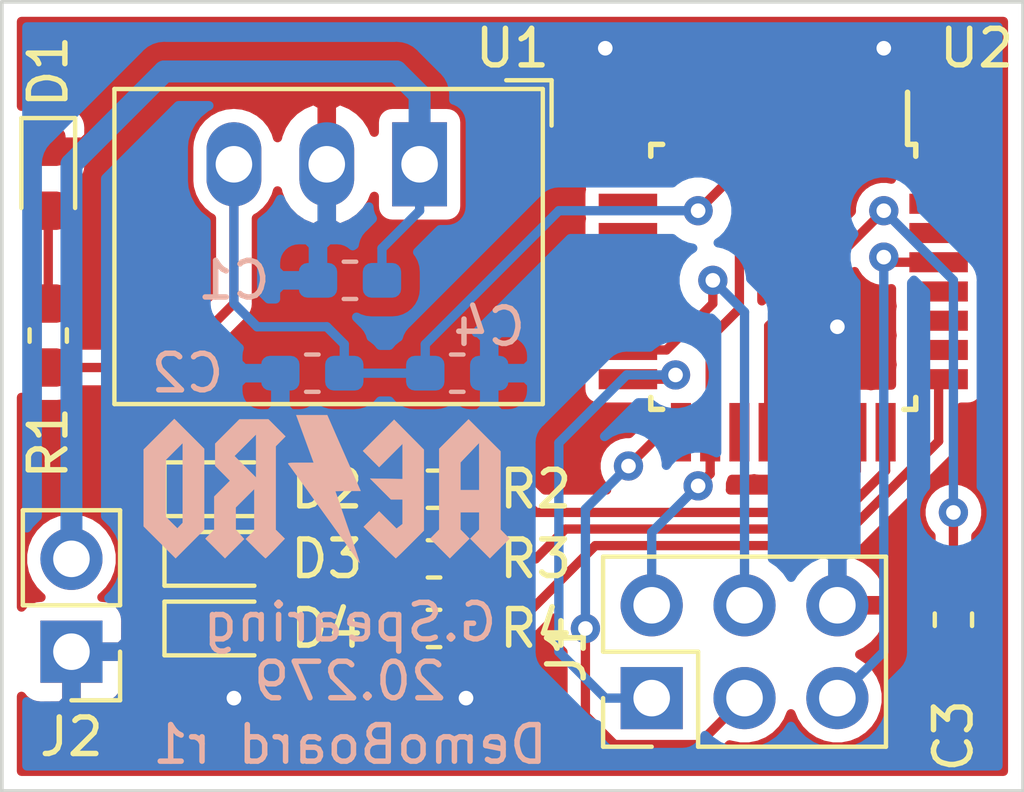
<source format=kicad_pcb>
(kicad_pcb (version 20171130) (host pcbnew 5.1.6-c6e7f7d~87~ubuntu18.04.1)

  (general
    (thickness 1.6)
    (drawings 6)
    (tracks 97)
    (zones 0)
    (modules 17)
    (nets 16)
  )

  (page A4)
  (layers
    (0 F.Cu signal)
    (31 B.Cu signal)
    (32 B.Adhes user)
    (33 F.Adhes user)
    (34 B.Paste user)
    (35 F.Paste user)
    (36 B.SilkS user)
    (37 F.SilkS user)
    (38 B.Mask user)
    (39 F.Mask user)
    (40 Dwgs.User user)
    (41 Cmts.User user)
    (42 Eco1.User user)
    (43 Eco2.User user)
    (44 Edge.Cuts user)
    (45 Margin user)
    (46 B.CrtYd user)
    (47 F.CrtYd user)
    (48 B.Fab user hide)
    (49 F.Fab user hide)
  )

  (setup
    (last_trace_width 0.6)
    (user_trace_width 0.254)
    (user_trace_width 0.36)
    (user_trace_width 0.6)
    (trace_clearance 0.2)
    (zone_clearance 0.36)
    (zone_45_only no)
    (trace_min 0.2)
    (via_size 0.8)
    (via_drill 0.4)
    (via_min_size 0.4)
    (via_min_drill 0.3)
    (uvia_size 0.3)
    (uvia_drill 0.1)
    (uvias_allowed no)
    (uvia_min_size 0.2)
    (uvia_min_drill 0.1)
    (edge_width 0.05)
    (segment_width 0.2)
    (pcb_text_width 0.3)
    (pcb_text_size 1.5 1.5)
    (mod_edge_width 0.12)
    (mod_text_size 1 1)
    (mod_text_width 0.15)
    (pad_size 1.524 1.524)
    (pad_drill 0.762)
    (pad_to_mask_clearance 0.05)
    (aux_axis_origin 0 0)
    (visible_elements FFFFFF7F)
    (pcbplotparams
      (layerselection 0x010fc_ffffffff)
      (usegerberextensions false)
      (usegerberattributes true)
      (usegerberadvancedattributes true)
      (creategerberjobfile true)
      (excludeedgelayer true)
      (linewidth 0.100000)
      (plotframeref false)
      (viasonmask false)
      (mode 1)
      (useauxorigin false)
      (hpglpennumber 1)
      (hpglpenspeed 20)
      (hpglpendiameter 15.000000)
      (psnegative false)
      (psa4output false)
      (plotreference true)
      (plotvalue true)
      (plotinvisibletext false)
      (padsonsilk false)
      (subtractmaskfromsilk false)
      (outputformat 1)
      (mirror false)
      (drillshape 1)
      (scaleselection 1)
      (outputdirectory ""))
  )

  (net 0 "")
  (net 1 GND)
  (net 2 +12V)
  (net 3 V_ON)
  (net 4 "Net-(C3-Pad1)")
  (net 5 "Net-(D1-Pad2)")
  (net 6 "Net-(D2-Pad2)")
  (net 7 "Net-(D3-Pad2)")
  (net 8 "Net-(D4-Pad2)")
  (net 9 /RESET)
  (net 10 /MOSI)
  (net 11 /SCK)
  (net 12 /MISO)
  (net 13 /Sheet5F7DCB65/LED1)
  (net 14 /Sheet5F7DCB65/LED2)
  (net 15 /Sheet5F7DCB65/LED3)

  (net_class Default "This is the default net class."
    (clearance 0.2)
    (trace_width 0.25)
    (via_dia 0.8)
    (via_drill 0.4)
    (uvia_dia 0.3)
    (uvia_drill 0.1)
    (add_net +12V)
    (add_net /MISO)
    (add_net /MOSI)
    (add_net /RESET)
    (add_net /SCK)
    (add_net /Sheet5F7DCB65/LED1)
    (add_net /Sheet5F7DCB65/LED2)
    (add_net /Sheet5F7DCB65/LED3)
    (add_net GND)
    (add_net "Net-(C3-Pad1)")
    (add_net "Net-(D1-Pad2)")
    (add_net "Net-(D2-Pad2)")
    (add_net "Net-(D3-Pad2)")
    (add_net "Net-(D4-Pad2)")
    (add_net "Net-(U2-Pad1)")
    (add_net "Net-(U2-Pad10)")
    (add_net "Net-(U2-Pad11)")
    (add_net "Net-(U2-Pad12)")
    (add_net "Net-(U2-Pad13)")
    (add_net "Net-(U2-Pad14)")
    (add_net "Net-(U2-Pad19)")
    (add_net "Net-(U2-Pad2)")
    (add_net "Net-(U2-Pad22)")
    (add_net "Net-(U2-Pad26)")
    (add_net "Net-(U2-Pad27)")
    (add_net "Net-(U2-Pad28)")
    (add_net "Net-(U2-Pad30)")
    (add_net "Net-(U2-Pad31)")
    (add_net "Net-(U2-Pad32)")
    (add_net "Net-(U2-Pad7)")
    (add_net "Net-(U2-Pad8)")
    (add_net "Net-(U2-Pad9)")
    (add_net V_ON)
  )

  (module AERO_CUSTOM:AERO_Logo_10x4mm (layer B.Cu) (tedit 0) (tstamp 5F7C40B9)
    (at 110.49 67.945 180)
    (fp_text reference G*** (at 0 0) (layer B.SilkS) hide
      (effects (font (size 1.524 1.524) (thickness 0.3)) (justify mirror))
    )
    (fp_text value LOGO (at 0.75 0) (layer B.SilkS) hide
      (effects (font (size 1.524 1.524) (thickness 0.3)) (justify mirror))
    )
    (fp_poly (pts (xy 0.594221 1.374862) (xy 0.354968 0.722385) (xy 0.717059 0.722385) (xy 0.853644 0.722106)
      (xy 0.949683 0.720764) (xy 1.011233 0.717601) (xy 1.044352 0.711857) (xy 1.055098 0.702775)
      (xy 1.049529 0.689597) (xy 1.04285 0.681606) (xy 1.024199 0.657081) (xy 0.981096 0.598426)
      (xy 0.91624 0.509389) (xy 0.83233 0.39372) (xy 0.732061 0.25517) (xy 0.618134 0.097489)
      (xy 0.493246 -0.075575) (xy 0.360094 -0.26027) (xy 0.221378 -0.452846) (xy 0.079794 -0.649555)
      (xy -0.061959 -0.846645) (xy -0.201183 -1.040368) (xy -0.33518 -1.226972) (xy -0.461252 -1.402708)
      (xy -0.576701 -1.563827) (xy -0.67883 -1.706578) (xy -0.764939 -1.827211) (xy -0.832331 -1.921976)
      (xy -0.878309 -1.987123) (xy -0.900173 -2.018903) (xy -0.900652 -2.019655) (xy -0.898812 -2.007273)
      (xy -0.882983 -1.955011) (xy -0.854541 -1.86699) (xy -0.814862 -1.74733) (xy -0.765324 -1.600151)
      (xy -0.707302 -1.429575) (xy -0.642173 -1.23972) (xy -0.580239 -1.060454) (xy -0.509049 -0.854915)
      (xy -0.442772 -0.663314) (xy -0.382925 -0.490054) (xy -0.331024 -0.33954) (xy -0.288589 -0.216175)
      (xy -0.257135 -0.124363) (xy -0.23818 -0.068509) (xy -0.233027 -0.05261) (xy -0.254981 -0.050511)
      (xy -0.315447 -0.048732) (xy -0.406333 -0.047414) (xy -0.519545 -0.046696) (xy -0.579325 -0.046605)
      (xy -0.925622 -0.046605) (xy -0.665354 0.541789) (xy -0.583068 0.727996) (xy -0.494257 0.929277)
      (xy -0.404488 1.132995) (xy -0.319327 1.326516) (xy -0.244339 1.497202) (xy -0.208576 1.578762)
      (xy -0.012066 2.027339) (xy 0.833473 2.027339) (xy 0.594221 1.374862)) (layer B.SilkS) (width 0.01))
    (fp_poly (pts (xy -3.477698 1.508623) (xy -3.075963 1.106395) (xy -3.075963 -1.105415) (xy -2.954085 -1.228826)
      (xy -2.832208 -1.352236) (xy -3.09998 -1.620008) (xy -3.367752 -1.887779) (xy -3.902032 -1.351979)
      (xy -3.658532 -1.105415) (xy -3.658532 -0.629174) (xy -4.171192 -0.629174) (xy -4.171192 -1.105415)
      (xy -4.049315 -1.228826) (xy -3.927437 -1.352236) (xy -4.195209 -1.620008) (xy -4.462981 -1.887779)
      (xy -4.997261 -1.351979) (xy -4.753761 -1.105415) (xy -4.753761 -0.023303) (xy -4.171192 -0.023303)
      (xy -3.658532 -0.023303) (xy -3.658532 0.735332) (xy -3.913681 1.002666) (xy -4.168831 1.27)
      (xy -4.170011 0.623349) (xy -4.171192 -0.023303) (xy -4.753761 -0.023303) (xy -4.753761 1.037433)
      (xy -4.316597 1.474142) (xy -3.879434 1.910851) (xy -3.477698 1.508623)) (layer B.SilkS) (width 0.01))
    (fp_poly (pts (xy -1.416608 1.47486) (xy -0.991063 1.048849) (xy -1.21171 0.827281) (xy -1.432356 0.605713)
      (xy -2.073944 1.246073) (xy -2.073944 0.277684) (xy -1.189008 0.291284) (xy -1.473833 0.005826)
      (xy -1.758658 -0.279633) (xy -2.073944 -0.279633) (xy -2.073944 -0.953041) (xy -1.990882 -1.016396)
      (xy -1.90782 -1.07975) (xy -1.432564 -0.606112) (xy -1.01212 -1.026556) (xy -1.444776 -1.457039)
      (xy -1.561006 -1.57228) (xy -1.666275 -1.675877) (xy -1.75613 -1.763512) (xy -1.82612 -1.830866)
      (xy -1.871792 -1.873621) (xy -1.888568 -1.887523) (xy -1.907491 -1.871751) (xy -1.954481 -1.827522)
      (xy -2.024781 -1.759462) (xy -2.113633 -1.672199) (xy -2.21628 -1.570361) (xy -2.278108 -1.508596)
      (xy -2.656513 -1.129669) (xy -2.656513 1.081938) (xy -2.249333 1.491404) (xy -1.842152 1.900871)
      (xy -1.416608 1.47486)) (layer B.SilkS) (width 0.01))
    (fp_poly (pts (xy 3.052661 1.246114) (xy 3.052661 0.641748) (xy 2.645809 0.233002) (xy 2.860886 0.017026)
      (xy 3.075964 -0.198949) (xy 3.075964 -1.105415) (xy 3.197841 -1.228826) (xy 3.319719 -1.352236)
      (xy 3.051947 -1.620008) (xy 2.784175 -1.887779) (xy 2.261465 -1.363211) (xy 2.491377 -1.106881)
      (xy 2.492386 -0.803547) (xy 2.493395 -0.500214) (xy 2.237065 -0.244679) (xy 1.980734 0.010857)
      (xy 1.980734 -1.131935) (xy 2.097505 -1.246951) (xy 2.214276 -1.361966) (xy 1.952243 -1.624744)
      (xy 1.862409 -1.713933) (xy 1.783925 -1.790151) (xy 1.722682 -1.847811) (xy 1.684576 -1.881323)
      (xy 1.675144 -1.887523) (xy 1.654733 -1.87152) (xy 1.608141 -1.827324) (xy 1.541156 -1.760657)
      (xy 1.459566 -1.677241) (xy 1.405051 -1.620528) (xy 1.150023 -1.353533) (xy 1.274094 -1.231003)
      (xy 1.398166 -1.108473) (xy 1.398166 0.314816) (xy 1.934129 0.314816) (xy 2.231125 0.611812)
      (xy 2.528121 0.908807) (xy 1.934129 1.502799) (xy 1.934129 0.314816) (xy 1.398166 0.314816)
      (xy 1.398166 1.175438) (xy 1.264759 1.310251) (xy 1.131352 1.445065) (xy 1.363358 1.677945)
      (xy 1.595365 1.910826) (xy 2.389135 1.910826) (xy 3.052661 1.246114)) (layer B.SilkS) (width 0.01))
    (fp_poly (pts (xy 4.590646 1.503024) (xy 5.010092 1.084064) (xy 5.010092 -1.01413) (xy 4.135758 -1.887556)
      (xy 3.745677 -1.496968) (xy 3.355597 -1.106381) (xy 3.355597 -0.91824) (xy 3.938166 -0.91824)
      (xy 4.012973 -0.995422) (xy 4.087781 -1.072604) (xy 4.246001 -0.915597) (xy 4.404221 -0.758589)
      (xy 4.404221 0.804819) (xy 4.171193 1.036973) (xy 3.938166 1.269126) (xy 3.938166 -0.91824)
      (xy 3.355597 -0.91824) (xy 3.355597 1.10738) (xy 3.763398 1.514682) (xy 4.1712 1.921985)
      (xy 4.590646 1.503024)) (layer B.SilkS) (width 0.01))
  )

  (module Connector_PinHeader_2.54mm:PinHeader_1x02_P2.54mm_Vertical (layer F.Cu) (tedit 59FED5CC) (tstamp 5F7C3A17)
    (at 103.505 72.39 180)
    (descr "Through hole straight pin header, 1x02, 2.54mm pitch, single row")
    (tags "Through hole pin header THT 1x02 2.54mm single row")
    (path /5F7FD964)
    (fp_text reference J2 (at 0 -2.33) (layer F.SilkS)
      (effects (font (size 1 1) (thickness 0.15)))
    )
    (fp_text value Conn_01x02 (at 0 4.87) (layer F.Fab)
      (effects (font (size 1 1) (thickness 0.15)))
    )
    (fp_text user %R (at 0 1.27 90) (layer F.Fab)
      (effects (font (size 1 1) (thickness 0.15)))
    )
    (fp_line (start -0.635 -1.27) (end 1.27 -1.27) (layer F.Fab) (width 0.1))
    (fp_line (start 1.27 -1.27) (end 1.27 3.81) (layer F.Fab) (width 0.1))
    (fp_line (start 1.27 3.81) (end -1.27 3.81) (layer F.Fab) (width 0.1))
    (fp_line (start -1.27 3.81) (end -1.27 -0.635) (layer F.Fab) (width 0.1))
    (fp_line (start -1.27 -0.635) (end -0.635 -1.27) (layer F.Fab) (width 0.1))
    (fp_line (start -1.33 3.87) (end 1.33 3.87) (layer F.SilkS) (width 0.12))
    (fp_line (start -1.33 1.27) (end -1.33 3.87) (layer F.SilkS) (width 0.12))
    (fp_line (start 1.33 1.27) (end 1.33 3.87) (layer F.SilkS) (width 0.12))
    (fp_line (start -1.33 1.27) (end 1.33 1.27) (layer F.SilkS) (width 0.12))
    (fp_line (start -1.33 0) (end -1.33 -1.33) (layer F.SilkS) (width 0.12))
    (fp_line (start -1.33 -1.33) (end 0 -1.33) (layer F.SilkS) (width 0.12))
    (fp_line (start -1.8 -1.8) (end -1.8 4.35) (layer F.CrtYd) (width 0.05))
    (fp_line (start -1.8 4.35) (end 1.8 4.35) (layer F.CrtYd) (width 0.05))
    (fp_line (start 1.8 4.35) (end 1.8 -1.8) (layer F.CrtYd) (width 0.05))
    (fp_line (start 1.8 -1.8) (end -1.8 -1.8) (layer F.CrtYd) (width 0.05))
    (pad 2 thru_hole oval (at 0 2.54 180) (size 1.7 1.7) (drill 1) (layers *.Cu *.Mask)
      (net 2 +12V))
    (pad 1 thru_hole rect (at 0 0 180) (size 1.7 1.7) (drill 1) (layers *.Cu *.Mask)
      (net 1 GND))
    (model ${KISYS3DMOD}/Connector_PinHeader_2.54mm.3dshapes/PinHeader_1x02_P2.54mm_Vertical.wrl
      (at (xyz 0 0 0))
      (scale (xyz 1 1 1))
      (rotate (xyz 0 0 0))
    )
  )

  (module Package_QFP:TQFP-32_7x7mm_P0.8mm (layer F.Cu) (tedit 5A02F146) (tstamp 5F7C3F62)
    (at 122.98 62.135 270)
    (descr "32-Lead Plastic Thin Quad Flatpack (PT) - 7x7x1.0 mm Body, 2.00 mm [TQFP] (see Microchip Packaging Specification 00000049BS.pdf)")
    (tags "QFP 0.8")
    (path /5F7C2C20)
    (attr smd)
    (fp_text reference U2 (at -6.255 -5.29 180) (layer F.SilkS)
      (effects (font (size 1 1) (thickness 0.15)))
    )
    (fp_text value ATmega328P-AU (at 0 6.05 90) (layer F.Fab)
      (effects (font (size 1 1) (thickness 0.15)))
    )
    (fp_text user %R (at 0 0 90) (layer F.Fab)
      (effects (font (size 1 1) (thickness 0.15)))
    )
    (fp_line (start -2.5 -3.5) (end 3.5 -3.5) (layer F.Fab) (width 0.15))
    (fp_line (start 3.5 -3.5) (end 3.5 3.5) (layer F.Fab) (width 0.15))
    (fp_line (start 3.5 3.5) (end -3.5 3.5) (layer F.Fab) (width 0.15))
    (fp_line (start -3.5 3.5) (end -3.5 -2.5) (layer F.Fab) (width 0.15))
    (fp_line (start -3.5 -2.5) (end -2.5 -3.5) (layer F.Fab) (width 0.15))
    (fp_line (start -5.3 -5.3) (end -5.3 5.3) (layer F.CrtYd) (width 0.05))
    (fp_line (start 5.3 -5.3) (end 5.3 5.3) (layer F.CrtYd) (width 0.05))
    (fp_line (start -5.3 -5.3) (end 5.3 -5.3) (layer F.CrtYd) (width 0.05))
    (fp_line (start -5.3 5.3) (end 5.3 5.3) (layer F.CrtYd) (width 0.05))
    (fp_line (start -3.625 -3.625) (end -3.625 -3.4) (layer F.SilkS) (width 0.15))
    (fp_line (start 3.625 -3.625) (end 3.625 -3.3) (layer F.SilkS) (width 0.15))
    (fp_line (start 3.625 3.625) (end 3.625 3.3) (layer F.SilkS) (width 0.15))
    (fp_line (start -3.625 3.625) (end -3.625 3.3) (layer F.SilkS) (width 0.15))
    (fp_line (start -3.625 -3.625) (end -3.3 -3.625) (layer F.SilkS) (width 0.15))
    (fp_line (start -3.625 3.625) (end -3.3 3.625) (layer F.SilkS) (width 0.15))
    (fp_line (start 3.625 3.625) (end 3.3 3.625) (layer F.SilkS) (width 0.15))
    (fp_line (start 3.625 -3.625) (end 3.3 -3.625) (layer F.SilkS) (width 0.15))
    (fp_line (start -3.625 -3.4) (end -5.05 -3.4) (layer F.SilkS) (width 0.15))
    (pad 32 smd rect (at -2.8 -4.25) (size 1.6 0.55) (layers F.Cu F.Paste F.Mask))
    (pad 31 smd rect (at -2 -4.25) (size 1.6 0.55) (layers F.Cu F.Paste F.Mask))
    (pad 30 smd rect (at -1.2 -4.25) (size 1.6 0.55) (layers F.Cu F.Paste F.Mask))
    (pad 29 smd rect (at -0.4 -4.25) (size 1.6 0.55) (layers F.Cu F.Paste F.Mask)
      (net 9 /RESET))
    (pad 28 smd rect (at 0.4 -4.25) (size 1.6 0.55) (layers F.Cu F.Paste F.Mask))
    (pad 27 smd rect (at 1.2 -4.25) (size 1.6 0.55) (layers F.Cu F.Paste F.Mask))
    (pad 26 smd rect (at 2 -4.25) (size 1.6 0.55) (layers F.Cu F.Paste F.Mask))
    (pad 25 smd rect (at 2.8 -4.25) (size 1.6 0.55) (layers F.Cu F.Paste F.Mask)
      (net 15 /Sheet5F7DCB65/LED3))
    (pad 24 smd rect (at 4.25 -2.8 270) (size 1.6 0.55) (layers F.Cu F.Paste F.Mask)
      (net 14 /Sheet5F7DCB65/LED2))
    (pad 23 smd rect (at 4.25 -2 270) (size 1.6 0.55) (layers F.Cu F.Paste F.Mask)
      (net 13 /Sheet5F7DCB65/LED1))
    (pad 22 smd rect (at 4.25 -1.2 270) (size 1.6 0.55) (layers F.Cu F.Paste F.Mask))
    (pad 21 smd rect (at 4.25 -0.4 270) (size 1.6 0.55) (layers F.Cu F.Paste F.Mask)
      (net 1 GND))
    (pad 20 smd rect (at 4.25 0.4 270) (size 1.6 0.55) (layers F.Cu F.Paste F.Mask)
      (net 4 "Net-(C3-Pad1)"))
    (pad 19 smd rect (at 4.25 1.2 270) (size 1.6 0.55) (layers F.Cu F.Paste F.Mask))
    (pad 18 smd rect (at 4.25 2 270) (size 1.6 0.55) (layers F.Cu F.Paste F.Mask)
      (net 3 V_ON))
    (pad 17 smd rect (at 4.25 2.8 270) (size 1.6 0.55) (layers F.Cu F.Paste F.Mask)
      (net 11 /SCK))
    (pad 16 smd rect (at 2.8 4.25) (size 1.6 0.55) (layers F.Cu F.Paste F.Mask)
      (net 12 /MISO))
    (pad 15 smd rect (at 2 4.25) (size 1.6 0.55) (layers F.Cu F.Paste F.Mask)
      (net 10 /MOSI))
    (pad 14 smd rect (at 1.2 4.25) (size 1.6 0.55) (layers F.Cu F.Paste F.Mask))
    (pad 13 smd rect (at 0.4 4.25) (size 1.6 0.55) (layers F.Cu F.Paste F.Mask))
    (pad 12 smd rect (at -0.4 4.25) (size 1.6 0.55) (layers F.Cu F.Paste F.Mask))
    (pad 11 smd rect (at -1.2 4.25) (size 1.6 0.55) (layers F.Cu F.Paste F.Mask))
    (pad 10 smd rect (at -2 4.25) (size 1.6 0.55) (layers F.Cu F.Paste F.Mask))
    (pad 9 smd rect (at -2.8 4.25) (size 1.6 0.55) (layers F.Cu F.Paste F.Mask))
    (pad 8 smd rect (at -4.25 2.8 270) (size 1.6 0.55) (layers F.Cu F.Paste F.Mask))
    (pad 7 smd rect (at -4.25 2 270) (size 1.6 0.55) (layers F.Cu F.Paste F.Mask))
    (pad 6 smd rect (at -4.25 1.2 270) (size 1.6 0.55) (layers F.Cu F.Paste F.Mask)
      (net 3 V_ON))
    (pad 5 smd rect (at -4.25 0.4 270) (size 1.6 0.55) (layers F.Cu F.Paste F.Mask)
      (net 1 GND))
    (pad 4 smd rect (at -4.25 -0.4 270) (size 1.6 0.55) (layers F.Cu F.Paste F.Mask)
      (net 3 V_ON))
    (pad 3 smd rect (at -4.25 -1.2 270) (size 1.6 0.55) (layers F.Cu F.Paste F.Mask)
      (net 1 GND))
    (pad 2 smd rect (at -4.25 -2 270) (size 1.6 0.55) (layers F.Cu F.Paste F.Mask))
    (pad 1 smd rect (at -4.25 -2.8 270) (size 1.6 0.55) (layers F.Cu F.Paste F.Mask))
    (model ${KISYS3DMOD}/Package_QFP.3dshapes/TQFP-32_7x7mm_P0.8mm.wrl
      (at (xyz 0 0 0))
      (scale (xyz 1 1 1))
      (rotate (xyz 0 0 0))
    )
  )

  (module Converter_DCDC:Converter_DCDC_RECOM_R-78E-0.5_THT (layer F.Cu) (tedit 5B741BB0) (tstamp 5F7C2C7F)
    (at 113.03 59.055 180)
    (descr "DCDC-Converter, RECOM, RECOM_R-78E-0.5, SIP-3, pitch 2.54mm, package size 11.6x8.5x10.4mm^3, https://www.recom-power.com/pdf/Innoline/R-78Exx-0.5.pdf")
    (tags "dc-dc recom buck sip-3 pitch 2.54mm")
    (path /5F7BAFDF)
    (fp_text reference U1 (at -2.54 3.175) (layer F.SilkS)
      (effects (font (size 1 1) (thickness 0.15)))
    )
    (fp_text value R-785.0-1.0 (at 2.54 3) (layer F.Fab)
      (effects (font (size 1 1) (thickness 0.15)))
    )
    (fp_text user %R (at 2.54 -2.25) (layer F.Fab)
      (effects (font (size 1 1) (thickness 0.15)))
    )
    (fp_line (start -3.31 -6.5) (end 8.29 -6.5) (layer F.Fab) (width 0.1))
    (fp_line (start 8.29 -6.5) (end 8.29 2) (layer F.Fab) (width 0.1))
    (fp_line (start 8.29 2) (end -2.31 2) (layer F.Fab) (width 0.1))
    (fp_line (start -2.31 2) (end -3.31 1) (layer F.Fab) (width 0.1))
    (fp_line (start -3.31 1) (end -3.31 -6.5) (layer F.Fab) (width 0.1))
    (fp_line (start -3.371 -6.56) (end 8.35 -6.56) (layer F.SilkS) (width 0.12))
    (fp_line (start -3.371 2.06) (end 8.35 2.06) (layer F.SilkS) (width 0.12))
    (fp_line (start -3.371 -6.56) (end -3.371 2.06) (layer F.SilkS) (width 0.12))
    (fp_line (start 8.35 -6.56) (end 8.35 2.06) (layer F.SilkS) (width 0.12))
    (fp_line (start -3.611 1.06) (end -3.611 2.3) (layer F.SilkS) (width 0.12))
    (fp_line (start -3.611 2.3) (end -2.371 2.3) (layer F.SilkS) (width 0.12))
    (fp_line (start -3.57 -6.75) (end -3.57 2.25) (layer F.CrtYd) (width 0.05))
    (fp_line (start -3.57 2.25) (end 8.54 2.25) (layer F.CrtYd) (width 0.05))
    (fp_line (start 8.54 2.25) (end 8.54 -6.75) (layer F.CrtYd) (width 0.05))
    (fp_line (start 8.54 -6.75) (end -3.57 -6.75) (layer F.CrtYd) (width 0.05))
    (pad 3 thru_hole oval (at 5.08 0 180) (size 1.5 2.3) (drill 1) (layers *.Cu *.Mask)
      (net 3 V_ON))
    (pad 2 thru_hole oval (at 2.54 0 180) (size 1.5 2.3) (drill 1) (layers *.Cu *.Mask)
      (net 1 GND))
    (pad 1 thru_hole rect (at 0 0 180) (size 1.5 2.3) (drill 1) (layers *.Cu *.Mask)
      (net 2 +12V))
    (model ${KISYS3DMOD}/Converter_DCDC.3dshapes/Converter_DCDC_RECOM_R-78E-0.5_THT.wrl
      (at (xyz 0 0 0))
      (scale (xyz 1 1 1))
      (rotate (xyz 0 0 0))
    )
  )

  (module Resistor_SMD:R_0603_1608Metric_Pad1.05x0.95mm_HandSolder (layer F.Cu) (tedit 5B301BBD) (tstamp 5F7C2501)
    (at 113.425 71.755)
    (descr "Resistor SMD 0603 (1608 Metric), square (rectangular) end terminal, IPC_7351 nominal with elongated pad for handsoldering. (Body size source: http://www.tortai-tech.com/upload/download/2011102023233369053.pdf), generated with kicad-footprint-generator")
    (tags "resistor handsolder")
    (path /5F7DCB66/5F7E0265)
    (attr smd)
    (fp_text reference R4 (at 2.78 0) (layer F.SilkS)
      (effects (font (size 1 1) (thickness 0.15)))
    )
    (fp_text value 330 (at 0 1.43) (layer F.Fab)
      (effects (font (size 1 1) (thickness 0.15)))
    )
    (fp_text user %R (at 0 0) (layer F.Fab)
      (effects (font (size 0.4 0.4) (thickness 0.06)))
    )
    (fp_line (start -0.8 0.4) (end -0.8 -0.4) (layer F.Fab) (width 0.1))
    (fp_line (start -0.8 -0.4) (end 0.8 -0.4) (layer F.Fab) (width 0.1))
    (fp_line (start 0.8 -0.4) (end 0.8 0.4) (layer F.Fab) (width 0.1))
    (fp_line (start 0.8 0.4) (end -0.8 0.4) (layer F.Fab) (width 0.1))
    (fp_line (start -0.171267 -0.51) (end 0.171267 -0.51) (layer F.SilkS) (width 0.12))
    (fp_line (start -0.171267 0.51) (end 0.171267 0.51) (layer F.SilkS) (width 0.12))
    (fp_line (start -1.65 0.73) (end -1.65 -0.73) (layer F.CrtYd) (width 0.05))
    (fp_line (start -1.65 -0.73) (end 1.65 -0.73) (layer F.CrtYd) (width 0.05))
    (fp_line (start 1.65 -0.73) (end 1.65 0.73) (layer F.CrtYd) (width 0.05))
    (fp_line (start 1.65 0.73) (end -1.65 0.73) (layer F.CrtYd) (width 0.05))
    (pad 2 smd roundrect (at 0.875 0) (size 1.05 0.95) (layers F.Cu F.Paste F.Mask) (roundrect_rratio 0.25)
      (net 15 /Sheet5F7DCB65/LED3))
    (pad 1 smd roundrect (at -0.875 0) (size 1.05 0.95) (layers F.Cu F.Paste F.Mask) (roundrect_rratio 0.25)
      (net 8 "Net-(D4-Pad2)"))
    (model ${KISYS3DMOD}/Resistor_SMD.3dshapes/R_0603_1608Metric.wrl
      (at (xyz 0 0 0))
      (scale (xyz 1 1 1))
      (rotate (xyz 0 0 0))
    )
  )

  (module Resistor_SMD:R_0603_1608Metric_Pad1.05x0.95mm_HandSolder (layer F.Cu) (tedit 5B301BBD) (tstamp 5F7C24F0)
    (at 113.425 69.85)
    (descr "Resistor SMD 0603 (1608 Metric), square (rectangular) end terminal, IPC_7351 nominal with elongated pad for handsoldering. (Body size source: http://www.tortai-tech.com/upload/download/2011102023233369053.pdf), generated with kicad-footprint-generator")
    (tags "resistor handsolder")
    (path /5F7DCB66/5F7DED2E)
    (attr smd)
    (fp_text reference R3 (at 2.78 0) (layer F.SilkS)
      (effects (font (size 1 1) (thickness 0.15)))
    )
    (fp_text value 330 (at 0 1.43) (layer F.Fab)
      (effects (font (size 1 1) (thickness 0.15)))
    )
    (fp_text user %R (at 0 0) (layer F.Fab)
      (effects (font (size 0.4 0.4) (thickness 0.06)))
    )
    (fp_line (start -0.8 0.4) (end -0.8 -0.4) (layer F.Fab) (width 0.1))
    (fp_line (start -0.8 -0.4) (end 0.8 -0.4) (layer F.Fab) (width 0.1))
    (fp_line (start 0.8 -0.4) (end 0.8 0.4) (layer F.Fab) (width 0.1))
    (fp_line (start 0.8 0.4) (end -0.8 0.4) (layer F.Fab) (width 0.1))
    (fp_line (start -0.171267 -0.51) (end 0.171267 -0.51) (layer F.SilkS) (width 0.12))
    (fp_line (start -0.171267 0.51) (end 0.171267 0.51) (layer F.SilkS) (width 0.12))
    (fp_line (start -1.65 0.73) (end -1.65 -0.73) (layer F.CrtYd) (width 0.05))
    (fp_line (start -1.65 -0.73) (end 1.65 -0.73) (layer F.CrtYd) (width 0.05))
    (fp_line (start 1.65 -0.73) (end 1.65 0.73) (layer F.CrtYd) (width 0.05))
    (fp_line (start 1.65 0.73) (end -1.65 0.73) (layer F.CrtYd) (width 0.05))
    (pad 2 smd roundrect (at 0.875 0) (size 1.05 0.95) (layers F.Cu F.Paste F.Mask) (roundrect_rratio 0.25)
      (net 14 /Sheet5F7DCB65/LED2))
    (pad 1 smd roundrect (at -0.875 0) (size 1.05 0.95) (layers F.Cu F.Paste F.Mask) (roundrect_rratio 0.25)
      (net 7 "Net-(D3-Pad2)"))
    (model ${KISYS3DMOD}/Resistor_SMD.3dshapes/R_0603_1608Metric.wrl
      (at (xyz 0 0 0))
      (scale (xyz 1 1 1))
      (rotate (xyz 0 0 0))
    )
  )

  (module Resistor_SMD:R_0603_1608Metric_Pad1.05x0.95mm_HandSolder (layer F.Cu) (tedit 5B301BBD) (tstamp 5F7C24DF)
    (at 113.425 67.945)
    (descr "Resistor SMD 0603 (1608 Metric), square (rectangular) end terminal, IPC_7351 nominal with elongated pad for handsoldering. (Body size source: http://www.tortai-tech.com/upload/download/2011102023233369053.pdf), generated with kicad-footprint-generator")
    (tags "resistor handsolder")
    (path /5F7DCB66/5F7DD27B)
    (attr smd)
    (fp_text reference R2 (at 2.78 0) (layer F.SilkS)
      (effects (font (size 1 1) (thickness 0.15)))
    )
    (fp_text value 330 (at 0 1.43) (layer F.Fab)
      (effects (font (size 1 1) (thickness 0.15)))
    )
    (fp_text user %R (at 0 0) (layer F.Fab)
      (effects (font (size 0.4 0.4) (thickness 0.06)))
    )
    (fp_line (start -0.8 0.4) (end -0.8 -0.4) (layer F.Fab) (width 0.1))
    (fp_line (start -0.8 -0.4) (end 0.8 -0.4) (layer F.Fab) (width 0.1))
    (fp_line (start 0.8 -0.4) (end 0.8 0.4) (layer F.Fab) (width 0.1))
    (fp_line (start 0.8 0.4) (end -0.8 0.4) (layer F.Fab) (width 0.1))
    (fp_line (start -0.171267 -0.51) (end 0.171267 -0.51) (layer F.SilkS) (width 0.12))
    (fp_line (start -0.171267 0.51) (end 0.171267 0.51) (layer F.SilkS) (width 0.12))
    (fp_line (start -1.65 0.73) (end -1.65 -0.73) (layer F.CrtYd) (width 0.05))
    (fp_line (start -1.65 -0.73) (end 1.65 -0.73) (layer F.CrtYd) (width 0.05))
    (fp_line (start 1.65 -0.73) (end 1.65 0.73) (layer F.CrtYd) (width 0.05))
    (fp_line (start 1.65 0.73) (end -1.65 0.73) (layer F.CrtYd) (width 0.05))
    (pad 2 smd roundrect (at 0.875 0) (size 1.05 0.95) (layers F.Cu F.Paste F.Mask) (roundrect_rratio 0.25)
      (net 13 /Sheet5F7DCB65/LED1))
    (pad 1 smd roundrect (at -0.875 0) (size 1.05 0.95) (layers F.Cu F.Paste F.Mask) (roundrect_rratio 0.25)
      (net 6 "Net-(D2-Pad2)"))
    (model ${KISYS3DMOD}/Resistor_SMD.3dshapes/R_0603_1608Metric.wrl
      (at (xyz 0 0 0))
      (scale (xyz 1 1 1))
      (rotate (xyz 0 0 0))
    )
  )

  (module Resistor_SMD:R_0603_1608Metric_Pad1.05x0.95mm_HandSolder (layer F.Cu) (tedit 5B301BBD) (tstamp 5F7C24CE)
    (at 102.87 63.74 270)
    (descr "Resistor SMD 0603 (1608 Metric), square (rectangular) end terminal, IPC_7351 nominal with elongated pad for handsoldering. (Body size source: http://www.tortai-tech.com/upload/download/2011102023233369053.pdf), generated with kicad-footprint-generator")
    (tags "resistor handsolder")
    (path /5F7BF15D)
    (attr smd)
    (fp_text reference R1 (at 2.935 0 90) (layer F.SilkS)
      (effects (font (size 1 1) (thickness 0.15)))
    )
    (fp_text value 330 (at 0 1.43 90) (layer F.Fab)
      (effects (font (size 1 1) (thickness 0.15)))
    )
    (fp_text user %R (at 0 0 90) (layer F.Fab)
      (effects (font (size 0.4 0.4) (thickness 0.06)))
    )
    (fp_line (start -0.8 0.4) (end -0.8 -0.4) (layer F.Fab) (width 0.1))
    (fp_line (start -0.8 -0.4) (end 0.8 -0.4) (layer F.Fab) (width 0.1))
    (fp_line (start 0.8 -0.4) (end 0.8 0.4) (layer F.Fab) (width 0.1))
    (fp_line (start 0.8 0.4) (end -0.8 0.4) (layer F.Fab) (width 0.1))
    (fp_line (start -0.171267 -0.51) (end 0.171267 -0.51) (layer F.SilkS) (width 0.12))
    (fp_line (start -0.171267 0.51) (end 0.171267 0.51) (layer F.SilkS) (width 0.12))
    (fp_line (start -1.65 0.73) (end -1.65 -0.73) (layer F.CrtYd) (width 0.05))
    (fp_line (start -1.65 -0.73) (end 1.65 -0.73) (layer F.CrtYd) (width 0.05))
    (fp_line (start 1.65 -0.73) (end 1.65 0.73) (layer F.CrtYd) (width 0.05))
    (fp_line (start 1.65 0.73) (end -1.65 0.73) (layer F.CrtYd) (width 0.05))
    (pad 2 smd roundrect (at 0.875 0 270) (size 1.05 0.95) (layers F.Cu F.Paste F.Mask) (roundrect_rratio 0.25)
      (net 3 V_ON))
    (pad 1 smd roundrect (at -0.875 0 270) (size 1.05 0.95) (layers F.Cu F.Paste F.Mask) (roundrect_rratio 0.25)
      (net 5 "Net-(D1-Pad2)"))
    (model ${KISYS3DMOD}/Resistor_SMD.3dshapes/R_0603_1608Metric.wrl
      (at (xyz 0 0 0))
      (scale (xyz 1 1 1))
      (rotate (xyz 0 0 0))
    )
  )

  (module Connector_PinHeader_2.54mm:PinHeader_2x03_P2.54mm_Vertical (layer F.Cu) (tedit 59FED5CC) (tstamp 5F7C24BD)
    (at 119.38 73.66 90)
    (descr "Through hole straight pin header, 2x03, 2.54mm pitch, double rows")
    (tags "Through hole pin header THT 2x03 2.54mm double row")
    (path /5F7CE92B)
    (fp_text reference J1 (at 1.27 -2.33 90) (layer F.SilkS)
      (effects (font (size 1 1) (thickness 0.15)))
    )
    (fp_text value Conn_02x03_Odd_Even (at 1.27 7.41 90) (layer F.Fab)
      (effects (font (size 1 1) (thickness 0.15)))
    )
    (fp_text user %R (at 1.27 2.54) (layer F.Fab)
      (effects (font (size 1 1) (thickness 0.15)))
    )
    (fp_line (start 0 -1.27) (end 3.81 -1.27) (layer F.Fab) (width 0.1))
    (fp_line (start 3.81 -1.27) (end 3.81 6.35) (layer F.Fab) (width 0.1))
    (fp_line (start 3.81 6.35) (end -1.27 6.35) (layer F.Fab) (width 0.1))
    (fp_line (start -1.27 6.35) (end -1.27 0) (layer F.Fab) (width 0.1))
    (fp_line (start -1.27 0) (end 0 -1.27) (layer F.Fab) (width 0.1))
    (fp_line (start -1.33 6.41) (end 3.87 6.41) (layer F.SilkS) (width 0.12))
    (fp_line (start -1.33 1.27) (end -1.33 6.41) (layer F.SilkS) (width 0.12))
    (fp_line (start 3.87 -1.33) (end 3.87 6.41) (layer F.SilkS) (width 0.12))
    (fp_line (start -1.33 1.27) (end 1.27 1.27) (layer F.SilkS) (width 0.12))
    (fp_line (start 1.27 1.27) (end 1.27 -1.33) (layer F.SilkS) (width 0.12))
    (fp_line (start 1.27 -1.33) (end 3.87 -1.33) (layer F.SilkS) (width 0.12))
    (fp_line (start -1.33 0) (end -1.33 -1.33) (layer F.SilkS) (width 0.12))
    (fp_line (start -1.33 -1.33) (end 0 -1.33) (layer F.SilkS) (width 0.12))
    (fp_line (start -1.8 -1.8) (end -1.8 6.85) (layer F.CrtYd) (width 0.05))
    (fp_line (start -1.8 6.85) (end 4.35 6.85) (layer F.CrtYd) (width 0.05))
    (fp_line (start 4.35 6.85) (end 4.35 -1.8) (layer F.CrtYd) (width 0.05))
    (fp_line (start 4.35 -1.8) (end -1.8 -1.8) (layer F.CrtYd) (width 0.05))
    (pad 6 thru_hole oval (at 2.54 5.08 90) (size 1.7 1.7) (drill 1) (layers *.Cu *.Mask)
      (net 1 GND))
    (pad 5 thru_hole oval (at 0 5.08 90) (size 1.7 1.7) (drill 1) (layers *.Cu *.Mask)
      (net 9 /RESET))
    (pad 4 thru_hole oval (at 2.54 2.54 90) (size 1.7 1.7) (drill 1) (layers *.Cu *.Mask)
      (net 10 /MOSI))
    (pad 3 thru_hole oval (at 0 2.54 90) (size 1.7 1.7) (drill 1) (layers *.Cu *.Mask)
      (net 11 /SCK))
    (pad 2 thru_hole oval (at 2.54 0 90) (size 1.7 1.7) (drill 1) (layers *.Cu *.Mask)
      (net 3 V_ON))
    (pad 1 thru_hole rect (at 0 0 90) (size 1.7 1.7) (drill 1) (layers *.Cu *.Mask)
      (net 12 /MISO))
    (model ${KISYS3DMOD}/Connector_PinHeader_2.54mm.3dshapes/PinHeader_2x03_P2.54mm_Vertical.wrl
      (at (xyz 0 0 0))
      (scale (xyz 1 1 1))
      (rotate (xyz 0 0 0))
    )
  )

  (module Diode_SMD:D_0603_1608Metric_Pad1.05x0.95mm_HandSolder (layer F.Cu) (tedit 5B4B45C8) (tstamp 5F7C3BE4)
    (at 107.71 71.755)
    (descr "Diode SMD 0603 (1608 Metric), square (rectangular) end terminal, IPC_7351 nominal, (Body size source: http://www.tortai-tech.com/upload/download/2011102023233369053.pdf), generated with kicad-footprint-generator")
    (tags "diode handsolder")
    (path /5F7DCB66/5F7E026F)
    (attr smd)
    (fp_text reference D4 (at 2.78 0) (layer F.SilkS)
      (effects (font (size 1 1) (thickness 0.15)))
    )
    (fp_text value D (at 0 1.43) (layer F.Fab)
      (effects (font (size 1 1) (thickness 0.15)))
    )
    (fp_text user %R (at 0 0) (layer F.Fab)
      (effects (font (size 0.4 0.4) (thickness 0.06)))
    )
    (fp_line (start 0.8 -0.4) (end -0.5 -0.4) (layer F.Fab) (width 0.1))
    (fp_line (start -0.5 -0.4) (end -0.8 -0.1) (layer F.Fab) (width 0.1))
    (fp_line (start -0.8 -0.1) (end -0.8 0.4) (layer F.Fab) (width 0.1))
    (fp_line (start -0.8 0.4) (end 0.8 0.4) (layer F.Fab) (width 0.1))
    (fp_line (start 0.8 0.4) (end 0.8 -0.4) (layer F.Fab) (width 0.1))
    (fp_line (start 0.8 -0.735) (end -1.66 -0.735) (layer F.SilkS) (width 0.12))
    (fp_line (start -1.66 -0.735) (end -1.66 0.735) (layer F.SilkS) (width 0.12))
    (fp_line (start -1.66 0.735) (end 0.8 0.735) (layer F.SilkS) (width 0.12))
    (fp_line (start -1.65 0.73) (end -1.65 -0.73) (layer F.CrtYd) (width 0.05))
    (fp_line (start -1.65 -0.73) (end 1.65 -0.73) (layer F.CrtYd) (width 0.05))
    (fp_line (start 1.65 -0.73) (end 1.65 0.73) (layer F.CrtYd) (width 0.05))
    (fp_line (start 1.65 0.73) (end -1.65 0.73) (layer F.CrtYd) (width 0.05))
    (pad 2 smd roundrect (at 0.875 0) (size 1.05 0.95) (layers F.Cu F.Paste F.Mask) (roundrect_rratio 0.25)
      (net 8 "Net-(D4-Pad2)"))
    (pad 1 smd roundrect (at -0.875 0) (size 1.05 0.95) (layers F.Cu F.Paste F.Mask) (roundrect_rratio 0.25)
      (net 1 GND))
    (model ${KISYS3DMOD}/Diode_SMD.3dshapes/D_0603_1608Metric.wrl
      (at (xyz 0 0 0))
      (scale (xyz 1 1 1))
      (rotate (xyz 0 0 0))
    )
  )

  (module Diode_SMD:D_0603_1608Metric_Pad1.05x0.95mm_HandSolder (layer F.Cu) (tedit 5B4B45C8) (tstamp 5F7C3BAE)
    (at 107.71 69.85)
    (descr "Diode SMD 0603 (1608 Metric), square (rectangular) end terminal, IPC_7351 nominal, (Body size source: http://www.tortai-tech.com/upload/download/2011102023233369053.pdf), generated with kicad-footprint-generator")
    (tags "diode handsolder")
    (path /5F7DCB66/5F7DED38)
    (attr smd)
    (fp_text reference D3 (at 2.78 0) (layer F.SilkS)
      (effects (font (size 1 1) (thickness 0.15)))
    )
    (fp_text value D (at 0 1.43) (layer F.Fab)
      (effects (font (size 1 1) (thickness 0.15)))
    )
    (fp_text user %R (at 0 0) (layer F.Fab)
      (effects (font (size 0.4 0.4) (thickness 0.06)))
    )
    (fp_line (start 0.8 -0.4) (end -0.5 -0.4) (layer F.Fab) (width 0.1))
    (fp_line (start -0.5 -0.4) (end -0.8 -0.1) (layer F.Fab) (width 0.1))
    (fp_line (start -0.8 -0.1) (end -0.8 0.4) (layer F.Fab) (width 0.1))
    (fp_line (start -0.8 0.4) (end 0.8 0.4) (layer F.Fab) (width 0.1))
    (fp_line (start 0.8 0.4) (end 0.8 -0.4) (layer F.Fab) (width 0.1))
    (fp_line (start 0.8 -0.735) (end -1.66 -0.735) (layer F.SilkS) (width 0.12))
    (fp_line (start -1.66 -0.735) (end -1.66 0.735) (layer F.SilkS) (width 0.12))
    (fp_line (start -1.66 0.735) (end 0.8 0.735) (layer F.SilkS) (width 0.12))
    (fp_line (start -1.65 0.73) (end -1.65 -0.73) (layer F.CrtYd) (width 0.05))
    (fp_line (start -1.65 -0.73) (end 1.65 -0.73) (layer F.CrtYd) (width 0.05))
    (fp_line (start 1.65 -0.73) (end 1.65 0.73) (layer F.CrtYd) (width 0.05))
    (fp_line (start 1.65 0.73) (end -1.65 0.73) (layer F.CrtYd) (width 0.05))
    (pad 2 smd roundrect (at 0.875 0) (size 1.05 0.95) (layers F.Cu F.Paste F.Mask) (roundrect_rratio 0.25)
      (net 7 "Net-(D3-Pad2)"))
    (pad 1 smd roundrect (at -0.875 0) (size 1.05 0.95) (layers F.Cu F.Paste F.Mask) (roundrect_rratio 0.25)
      (net 1 GND))
    (model ${KISYS3DMOD}/Diode_SMD.3dshapes/D_0603_1608Metric.wrl
      (at (xyz 0 0 0))
      (scale (xyz 1 1 1))
      (rotate (xyz 0 0 0))
    )
  )

  (module Diode_SMD:D_0603_1608Metric_Pad1.05x0.95mm_HandSolder (layer F.Cu) (tedit 5B4B45C8) (tstamp 5F7C3D05)
    (at 107.71 67.945)
    (descr "Diode SMD 0603 (1608 Metric), square (rectangular) end terminal, IPC_7351 nominal, (Body size source: http://www.tortai-tech.com/upload/download/2011102023233369053.pdf), generated with kicad-footprint-generator")
    (tags "diode handsolder")
    (path /5F7DCB66/5F7DD4FA)
    (attr smd)
    (fp_text reference D2 (at 2.78 0) (layer F.SilkS)
      (effects (font (size 1 1) (thickness 0.15)))
    )
    (fp_text value D (at 0 1.43) (layer F.Fab)
      (effects (font (size 1 1) (thickness 0.15)))
    )
    (fp_text user %R (at 0 0) (layer F.Fab)
      (effects (font (size 0.4 0.4) (thickness 0.06)))
    )
    (fp_line (start 0.8 -0.4) (end -0.5 -0.4) (layer F.Fab) (width 0.1))
    (fp_line (start -0.5 -0.4) (end -0.8 -0.1) (layer F.Fab) (width 0.1))
    (fp_line (start -0.8 -0.1) (end -0.8 0.4) (layer F.Fab) (width 0.1))
    (fp_line (start -0.8 0.4) (end 0.8 0.4) (layer F.Fab) (width 0.1))
    (fp_line (start 0.8 0.4) (end 0.8 -0.4) (layer F.Fab) (width 0.1))
    (fp_line (start 0.8 -0.735) (end -1.66 -0.735) (layer F.SilkS) (width 0.12))
    (fp_line (start -1.66 -0.735) (end -1.66 0.735) (layer F.SilkS) (width 0.12))
    (fp_line (start -1.66 0.735) (end 0.8 0.735) (layer F.SilkS) (width 0.12))
    (fp_line (start -1.65 0.73) (end -1.65 -0.73) (layer F.CrtYd) (width 0.05))
    (fp_line (start -1.65 -0.73) (end 1.65 -0.73) (layer F.CrtYd) (width 0.05))
    (fp_line (start 1.65 -0.73) (end 1.65 0.73) (layer F.CrtYd) (width 0.05))
    (fp_line (start 1.65 0.73) (end -1.65 0.73) (layer F.CrtYd) (width 0.05))
    (pad 2 smd roundrect (at 0.875 0) (size 1.05 0.95) (layers F.Cu F.Paste F.Mask) (roundrect_rratio 0.25)
      (net 6 "Net-(D2-Pad2)"))
    (pad 1 smd roundrect (at -0.875 0) (size 1.05 0.95) (layers F.Cu F.Paste F.Mask) (roundrect_rratio 0.25)
      (net 1 GND))
    (model ${KISYS3DMOD}/Diode_SMD.3dshapes/D_0603_1608Metric.wrl
      (at (xyz 0 0 0))
      (scale (xyz 1 1 1))
      (rotate (xyz 0 0 0))
    )
  )

  (module Diode_SMD:D_0603_1608Metric_Pad1.05x0.95mm_HandSolder (layer F.Cu) (tedit 5B4B45C8) (tstamp 5F7C2468)
    (at 102.87 59.45 270)
    (descr "Diode SMD 0603 (1608 Metric), square (rectangular) end terminal, IPC_7351 nominal, (Body size source: http://www.tortai-tech.com/upload/download/2011102023233369053.pdf), generated with kicad-footprint-generator")
    (tags "diode handsolder")
    (path /5F7BFB5A)
    (attr smd)
    (fp_text reference D1 (at -2.935 0 90) (layer F.SilkS)
      (effects (font (size 1 1) (thickness 0.15)))
    )
    (fp_text value D (at 0 1.43 90) (layer F.Fab)
      (effects (font (size 1 1) (thickness 0.15)))
    )
    (fp_text user %R (at 0 0 90) (layer F.Fab)
      (effects (font (size 0.4 0.4) (thickness 0.06)))
    )
    (fp_line (start 0.8 -0.4) (end -0.5 -0.4) (layer F.Fab) (width 0.1))
    (fp_line (start -0.5 -0.4) (end -0.8 -0.1) (layer F.Fab) (width 0.1))
    (fp_line (start -0.8 -0.1) (end -0.8 0.4) (layer F.Fab) (width 0.1))
    (fp_line (start -0.8 0.4) (end 0.8 0.4) (layer F.Fab) (width 0.1))
    (fp_line (start 0.8 0.4) (end 0.8 -0.4) (layer F.Fab) (width 0.1))
    (fp_line (start 0.8 -0.735) (end -1.66 -0.735) (layer F.SilkS) (width 0.12))
    (fp_line (start -1.66 -0.735) (end -1.66 0.735) (layer F.SilkS) (width 0.12))
    (fp_line (start -1.66 0.735) (end 0.8 0.735) (layer F.SilkS) (width 0.12))
    (fp_line (start -1.65 0.73) (end -1.65 -0.73) (layer F.CrtYd) (width 0.05))
    (fp_line (start -1.65 -0.73) (end 1.65 -0.73) (layer F.CrtYd) (width 0.05))
    (fp_line (start 1.65 -0.73) (end 1.65 0.73) (layer F.CrtYd) (width 0.05))
    (fp_line (start 1.65 0.73) (end -1.65 0.73) (layer F.CrtYd) (width 0.05))
    (pad 2 smd roundrect (at 0.875 0 270) (size 1.05 0.95) (layers F.Cu F.Paste F.Mask) (roundrect_rratio 0.25)
      (net 5 "Net-(D1-Pad2)"))
    (pad 1 smd roundrect (at -0.875 0 270) (size 1.05 0.95) (layers F.Cu F.Paste F.Mask) (roundrect_rratio 0.25)
      (net 1 GND))
    (model ${KISYS3DMOD}/Diode_SMD.3dshapes/D_0603_1608Metric.wrl
      (at (xyz 0 0 0))
      (scale (xyz 1 1 1))
      (rotate (xyz 0 0 0))
    )
  )

  (module Capacitor_SMD:C_0603_1608Metric_Pad1.05x0.95mm_HandSolder (layer B.Cu) (tedit 5B301BBE) (tstamp 5F7C2455)
    (at 114.06 64.77)
    (descr "Capacitor SMD 0603 (1608 Metric), square (rectangular) end terminal, IPC_7351 nominal with elongated pad for handsoldering. (Body size source: http://www.tortai-tech.com/upload/download/2011102023233369053.pdf), generated with kicad-footprint-generator")
    (tags "capacitor handsolder")
    (path /5F7C4868)
    (attr smd)
    (fp_text reference C4 (at 0.875 -1.27) (layer B.SilkS)
      (effects (font (size 1 1) (thickness 0.15)) (justify mirror))
    )
    (fp_text value 0.1u (at 0 -1.43) (layer B.Fab)
      (effects (font (size 1 1) (thickness 0.15)) (justify mirror))
    )
    (fp_text user %R (at 0 0) (layer B.Fab)
      (effects (font (size 0.4 0.4) (thickness 0.06)) (justify mirror))
    )
    (fp_line (start -0.8 -0.4) (end -0.8 0.4) (layer B.Fab) (width 0.1))
    (fp_line (start -0.8 0.4) (end 0.8 0.4) (layer B.Fab) (width 0.1))
    (fp_line (start 0.8 0.4) (end 0.8 -0.4) (layer B.Fab) (width 0.1))
    (fp_line (start 0.8 -0.4) (end -0.8 -0.4) (layer B.Fab) (width 0.1))
    (fp_line (start -0.171267 0.51) (end 0.171267 0.51) (layer B.SilkS) (width 0.12))
    (fp_line (start -0.171267 -0.51) (end 0.171267 -0.51) (layer B.SilkS) (width 0.12))
    (fp_line (start -1.65 -0.73) (end -1.65 0.73) (layer B.CrtYd) (width 0.05))
    (fp_line (start -1.65 0.73) (end 1.65 0.73) (layer B.CrtYd) (width 0.05))
    (fp_line (start 1.65 0.73) (end 1.65 -0.73) (layer B.CrtYd) (width 0.05))
    (fp_line (start 1.65 -0.73) (end -1.65 -0.73) (layer B.CrtYd) (width 0.05))
    (pad 2 smd roundrect (at 0.875 0) (size 1.05 0.95) (layers B.Cu B.Paste B.Mask) (roundrect_rratio 0.25)
      (net 1 GND))
    (pad 1 smd roundrect (at -0.875 0) (size 1.05 0.95) (layers B.Cu B.Paste B.Mask) (roundrect_rratio 0.25)
      (net 3 V_ON))
    (model ${KISYS3DMOD}/Capacitor_SMD.3dshapes/C_0603_1608Metric.wrl
      (at (xyz 0 0 0))
      (scale (xyz 1 1 1))
      (rotate (xyz 0 0 0))
    )
  )

  (module Capacitor_SMD:C_0603_1608Metric_Pad1.05x0.95mm_HandSolder (layer F.Cu) (tedit 5B301BBE) (tstamp 5F7C2444)
    (at 127.635 71.515 270)
    (descr "Capacitor SMD 0603 (1608 Metric), square (rectangular) end terminal, IPC_7351 nominal with elongated pad for handsoldering. (Body size source: http://www.tortai-tech.com/upload/download/2011102023233369053.pdf), generated with kicad-footprint-generator")
    (tags "capacitor handsolder")
    (path /5F7C875F)
    (attr smd)
    (fp_text reference C3 (at 3.175 0 90) (layer F.SilkS)
      (effects (font (size 1 1) (thickness 0.15)))
    )
    (fp_text value 0.1u (at 0 1.43 90) (layer F.Fab)
      (effects (font (size 1 1) (thickness 0.15)))
    )
    (fp_text user %R (at 0 0 90) (layer F.Fab)
      (effects (font (size 0.4 0.4) (thickness 0.06)))
    )
    (fp_line (start -0.8 0.4) (end -0.8 -0.4) (layer F.Fab) (width 0.1))
    (fp_line (start -0.8 -0.4) (end 0.8 -0.4) (layer F.Fab) (width 0.1))
    (fp_line (start 0.8 -0.4) (end 0.8 0.4) (layer F.Fab) (width 0.1))
    (fp_line (start 0.8 0.4) (end -0.8 0.4) (layer F.Fab) (width 0.1))
    (fp_line (start -0.171267 -0.51) (end 0.171267 -0.51) (layer F.SilkS) (width 0.12))
    (fp_line (start -0.171267 0.51) (end 0.171267 0.51) (layer F.SilkS) (width 0.12))
    (fp_line (start -1.65 0.73) (end -1.65 -0.73) (layer F.CrtYd) (width 0.05))
    (fp_line (start -1.65 -0.73) (end 1.65 -0.73) (layer F.CrtYd) (width 0.05))
    (fp_line (start 1.65 -0.73) (end 1.65 0.73) (layer F.CrtYd) (width 0.05))
    (fp_line (start 1.65 0.73) (end -1.65 0.73) (layer F.CrtYd) (width 0.05))
    (pad 2 smd roundrect (at 0.875 0 270) (size 1.05 0.95) (layers F.Cu F.Paste F.Mask) (roundrect_rratio 0.25)
      (net 1 GND))
    (pad 1 smd roundrect (at -0.875 0 270) (size 1.05 0.95) (layers F.Cu F.Paste F.Mask) (roundrect_rratio 0.25)
      (net 4 "Net-(C3-Pad1)"))
    (model ${KISYS3DMOD}/Capacitor_SMD.3dshapes/C_0603_1608Metric.wrl
      (at (xyz 0 0 0))
      (scale (xyz 1 1 1))
      (rotate (xyz 0 0 0))
    )
  )

  (module Capacitor_SMD:C_0603_1608Metric_Pad1.05x0.95mm_HandSolder (layer B.Cu) (tedit 5B301BBE) (tstamp 5F7C2433)
    (at 110.095 64.77 180)
    (descr "Capacitor SMD 0603 (1608 Metric), square (rectangular) end terminal, IPC_7351 nominal with elongated pad for handsoldering. (Body size source: http://www.tortai-tech.com/upload/download/2011102023233369053.pdf), generated with kicad-footprint-generator")
    (tags "capacitor handsolder")
    (path /5F7BC92D)
    (attr smd)
    (fp_text reference C2 (at 3.415 0) (layer B.SilkS)
      (effects (font (size 1 1) (thickness 0.15)) (justify mirror))
    )
    (fp_text value 10u (at 0 -1.43) (layer B.Fab)
      (effects (font (size 1 1) (thickness 0.15)) (justify mirror))
    )
    (fp_text user %R (at 0 0) (layer B.Fab)
      (effects (font (size 0.4 0.4) (thickness 0.06)) (justify mirror))
    )
    (fp_line (start -0.8 -0.4) (end -0.8 0.4) (layer B.Fab) (width 0.1))
    (fp_line (start -0.8 0.4) (end 0.8 0.4) (layer B.Fab) (width 0.1))
    (fp_line (start 0.8 0.4) (end 0.8 -0.4) (layer B.Fab) (width 0.1))
    (fp_line (start 0.8 -0.4) (end -0.8 -0.4) (layer B.Fab) (width 0.1))
    (fp_line (start -0.171267 0.51) (end 0.171267 0.51) (layer B.SilkS) (width 0.12))
    (fp_line (start -0.171267 -0.51) (end 0.171267 -0.51) (layer B.SilkS) (width 0.12))
    (fp_line (start -1.65 -0.73) (end -1.65 0.73) (layer B.CrtYd) (width 0.05))
    (fp_line (start -1.65 0.73) (end 1.65 0.73) (layer B.CrtYd) (width 0.05))
    (fp_line (start 1.65 0.73) (end 1.65 -0.73) (layer B.CrtYd) (width 0.05))
    (fp_line (start 1.65 -0.73) (end -1.65 -0.73) (layer B.CrtYd) (width 0.05))
    (pad 2 smd roundrect (at 0.875 0 180) (size 1.05 0.95) (layers B.Cu B.Paste B.Mask) (roundrect_rratio 0.25)
      (net 1 GND))
    (pad 1 smd roundrect (at -0.875 0 180) (size 1.05 0.95) (layers B.Cu B.Paste B.Mask) (roundrect_rratio 0.25)
      (net 3 V_ON))
    (model ${KISYS3DMOD}/Capacitor_SMD.3dshapes/C_0603_1608Metric.wrl
      (at (xyz 0 0 0))
      (scale (xyz 1 1 1))
      (rotate (xyz 0 0 0))
    )
  )

  (module Capacitor_SMD:C_0603_1608Metric_Pad1.05x0.95mm_HandSolder (layer B.Cu) (tedit 5B301BBE) (tstamp 5F7C2B05)
    (at 111.125 62.23 180)
    (descr "Capacitor SMD 0603 (1608 Metric), square (rectangular) end terminal, IPC_7351 nominal with elongated pad for handsoldering. (Body size source: http://www.tortai-tech.com/upload/download/2011102023233369053.pdf), generated with kicad-footprint-generator")
    (tags "capacitor handsolder")
    (path /5F7BC74C)
    (attr smd)
    (fp_text reference C1 (at 3.175 0) (layer B.SilkS)
      (effects (font (size 1 1) (thickness 0.15)) (justify mirror))
    )
    (fp_text value 1u (at 0 -1.43) (layer B.Fab)
      (effects (font (size 1 1) (thickness 0.15)) (justify mirror))
    )
    (fp_text user %R (at 0 0) (layer B.Fab)
      (effects (font (size 0.4 0.4) (thickness 0.06)) (justify mirror))
    )
    (fp_line (start -0.8 -0.4) (end -0.8 0.4) (layer B.Fab) (width 0.1))
    (fp_line (start -0.8 0.4) (end 0.8 0.4) (layer B.Fab) (width 0.1))
    (fp_line (start 0.8 0.4) (end 0.8 -0.4) (layer B.Fab) (width 0.1))
    (fp_line (start 0.8 -0.4) (end -0.8 -0.4) (layer B.Fab) (width 0.1))
    (fp_line (start -0.171267 0.51) (end 0.171267 0.51) (layer B.SilkS) (width 0.12))
    (fp_line (start -0.171267 -0.51) (end 0.171267 -0.51) (layer B.SilkS) (width 0.12))
    (fp_line (start -1.65 -0.73) (end -1.65 0.73) (layer B.CrtYd) (width 0.05))
    (fp_line (start -1.65 0.73) (end 1.65 0.73) (layer B.CrtYd) (width 0.05))
    (fp_line (start 1.65 0.73) (end 1.65 -0.73) (layer B.CrtYd) (width 0.05))
    (fp_line (start 1.65 -0.73) (end -1.65 -0.73) (layer B.CrtYd) (width 0.05))
    (pad 2 smd roundrect (at 0.875 0 180) (size 1.05 0.95) (layers B.Cu B.Paste B.Mask) (roundrect_rratio 0.25)
      (net 1 GND))
    (pad 1 smd roundrect (at -0.875 0 180) (size 1.05 0.95) (layers B.Cu B.Paste B.Mask) (roundrect_rratio 0.25)
      (net 2 +12V))
    (model ${KISYS3DMOD}/Capacitor_SMD.3dshapes/C_0603_1608Metric.wrl
      (at (xyz 0 0 0))
      (scale (xyz 1 1 1))
      (rotate (xyz 0 0 0))
    )
  )

  (gr_text "DemoBoard r1" (at 111.125 74.93) (layer B.SilkS)
    (effects (font (size 1 1) (thickness 0.15)) (justify mirror))
  )
  (gr_text "G.Spearing\n20.279" (at 111.125 72.39) (layer B.SilkS)
    (effects (font (size 1 1) (thickness 0.15)) (justify mirror))
  )
  (gr_line (start 129.54 54.61) (end 129.54 76.2) (layer Edge.Cuts) (width 0.1))
  (gr_line (start 101.6 54.61) (end 129.54 54.61) (layer Edge.Cuts) (width 0.1))
  (gr_line (start 101.6 76.2) (end 101.6 54.61) (layer Edge.Cuts) (width 0.1))
  (gr_line (start 129.54 76.2) (end 101.6 76.2) (layer Edge.Cuts) (width 0.1))

  (via (at 118.11 55.88) (size 0.8) (drill 0.4) (layers F.Cu B.Cu) (net 1))
  (via (at 125.73 55.88) (size 0.8) (drill 0.4) (layers F.Cu B.Cu) (net 1))
  (via (at 124.46 63.5) (size 0.8) (drill 0.4) (layers F.Cu B.Cu) (net 1))
  (via (at 114.3 73.66) (size 0.8) (drill 0.4) (layers F.Cu B.Cu) (net 1))
  (via (at 107.95 73.66) (size 0.8) (drill 0.4) (layers F.Cu B.Cu) (net 1))
  (segment (start 113.03 59.055) (end 113.03 60.325) (width 0.254) (layer B.Cu) (net 2))
  (segment (start 112 61.355) (end 112 62.23) (width 0.254) (layer B.Cu) (net 2))
  (segment (start 113.03 60.325) (end 112 61.355) (width 0.254) (layer B.Cu) (net 2))
  (segment (start 103.505 69.85) (end 103.505 59.055) (width 0.6) (layer B.Cu) (net 2))
  (segment (start 103.505 59.055) (end 106.045 56.515) (width 0.6) (layer B.Cu) (net 2))
  (segment (start 106.045 56.515) (end 112.395 56.515) (width 0.6) (layer B.Cu) (net 2))
  (segment (start 113.03 57.15) (end 113.03 59.055) (width 0.6) (layer B.Cu) (net 2))
  (segment (start 112.395 56.515) (end 113.03 57.15) (width 0.6) (layer B.Cu) (net 2))
  (segment (start 110.97 64.77) (end 113.185 64.77) (width 0.254) (layer B.Cu) (net 3))
  (segment (start 110.97 64.77) (end 110.97 63.98) (width 0.254) (layer B.Cu) (net 3))
  (segment (start 110.97 63.98) (end 110.49 63.5) (width 0.254) (layer B.Cu) (net 3))
  (segment (start 110.49 63.5) (end 108.585 63.5) (width 0.254) (layer B.Cu) (net 3))
  (segment (start 107.95 62.865) (end 107.95 59.055) (width 0.254) (layer B.Cu) (net 3))
  (segment (start 108.585 63.5) (end 107.95 62.865) (width 0.254) (layer B.Cu) (net 3))
  (segment (start 113.185 64.77) (end 113.185 63.98) (width 0.254) (layer B.Cu) (net 3))
  (via (at 120.65 60.325) (size 0.8) (drill 0.4) (layers F.Cu B.Cu) (net 3))
  (segment (start 113.185 63.98) (end 116.84 60.325) (width 0.254) (layer B.Cu) (net 3))
  (segment (start 116.84 60.325) (end 120.65 60.325) (width 0.254) (layer B.Cu) (net 3))
  (segment (start 120.65 60.325) (end 121.78 59.195) (width 0.254) (layer F.Cu) (net 3))
  (segment (start 121.78 57.021398) (end 121.78 57.885) (width 0.254) (layer F.Cu) (net 3))
  (segment (start 122.043399 56.757999) (end 121.78 57.021398) (width 0.254) (layer F.Cu) (net 3))
  (segment (start 123.306999 56.757999) (end 122.043399 56.757999) (width 0.254) (layer F.Cu) (net 3))
  (segment (start 123.38 57.885) (end 123.38 56.831) (width 0.254) (layer F.Cu) (net 3))
  (segment (start 123.38 56.831) (end 123.306999 56.757999) (width 0.254) (layer F.Cu) (net 3))
  (segment (start 121.78 58.915) (end 121.78 63.005) (width 0.254) (layer F.Cu) (net 3))
  (segment (start 121.78 58.915) (end 121.78 57.885) (width 0.254) (layer F.Cu) (net 3))
  (segment (start 121.78 59.195) (end 121.78 58.915) (width 0.254) (layer F.Cu) (net 3))
  (segment (start 120.98 63.805) (end 120.98 66.385) (width 0.254) (layer F.Cu) (net 3))
  (segment (start 121.78 63.005) (end 120.98 63.805) (width 0.254) (layer F.Cu) (net 3))
  (via (at 120.65 67.853) (size 0.8) (drill 0.4) (layers F.Cu B.Cu) (net 3))
  (segment (start 120.98 66.385) (end 120.98 67.523) (width 0.254) (layer F.Cu) (net 3))
  (segment (start 120.98 67.523) (end 120.65 67.853) (width 0.254) (layer F.Cu) (net 3))
  (segment (start 120.65 67.853) (end 119.38 69.123) (width 0.254) (layer B.Cu) (net 3))
  (segment (start 119.38 69.123) (end 119.38 71.12) (width 0.254) (layer B.Cu) (net 3))
  (segment (start 102.87 64.615) (end 106.2 64.615) (width 0.254) (layer F.Cu) (net 3))
  (segment (start 107.95 62.865) (end 107.95 59.055) (width 0.254) (layer F.Cu) (net 3))
  (segment (start 106.2 64.615) (end 107.95 62.865) (width 0.254) (layer F.Cu) (net 3))
  (via (at 125.73 60.325) (size 0.8) (drill 0.4) (layers F.Cu B.Cu) (net 4))
  (segment (start 122.58 66.385) (end 122.58 63.475) (width 0.254) (layer F.Cu) (net 4))
  (segment (start 122.58 63.475) (end 125.73 60.325) (width 0.254) (layer F.Cu) (net 4))
  (via (at 127.635 68.58) (size 0.8) (drill 0.4) (layers F.Cu B.Cu) (net 4))
  (segment (start 125.73 60.325) (end 127.635 62.23) (width 0.254) (layer B.Cu) (net 4))
  (segment (start 127.635 62.23) (end 127.635 68.58) (width 0.254) (layer B.Cu) (net 4))
  (segment (start 127.635 68.58) (end 127.635 70.64) (width 0.254) (layer F.Cu) (net 4))
  (segment (start 102.87 60.325) (end 102.87 62.865) (width 0.254) (layer F.Cu) (net 5))
  (segment (start 112.55 67.945) (end 108.585 67.945) (width 0.36) (layer F.Cu) (net 6))
  (segment (start 112.55 69.85) (end 108.585 69.85) (width 0.36) (layer F.Cu) (net 7))
  (segment (start 112.55 71.755) (end 108.585 71.755) (width 0.36) (layer F.Cu) (net 8))
  (via (at 125.73 61.595) (size 0.8) (drill 0.4) (layers F.Cu B.Cu) (net 9))
  (segment (start 127.23 61.735) (end 125.87 61.735) (width 0.254) (layer F.Cu) (net 9))
  (segment (start 125.87 61.735) (end 125.73 61.595) (width 0.254) (layer F.Cu) (net 9))
  (segment (start 125.73 72.39) (end 124.46 73.66) (width 0.254) (layer B.Cu) (net 9))
  (segment (start 125.73 61.595) (end 125.73 72.39) (width 0.254) (layer B.Cu) (net 9))
  (via (at 121.053 62.23) (size 0.8) (drill 0.4) (layers F.Cu B.Cu) (net 10))
  (segment (start 121.053 62.866) (end 121.053 62.23) (width 0.254) (layer F.Cu) (net 10))
  (segment (start 118.73 64.135) (end 119.784 64.135) (width 0.254) (layer F.Cu) (net 10))
  (segment (start 119.784 64.135) (end 121.053 62.866) (width 0.254) (layer F.Cu) (net 10))
  (segment (start 121.053 62.23) (end 121.92 63.097) (width 0.254) (layer B.Cu) (net 10))
  (segment (start 121.92 63.097) (end 121.92 71.12) (width 0.254) (layer B.Cu) (net 10))
  (via (at 118.745 67.31) (size 0.8) (drill 0.4) (layers F.Cu B.Cu) (net 11))
  (segment (start 120.18 66.385) (end 119.67 66.385) (width 0.254) (layer F.Cu) (net 11))
  (segment (start 119.67 66.385) (end 118.745 67.31) (width 0.254) (layer F.Cu) (net 11))
  (via (at 117.567 71.755) (size 0.8) (drill 0.4) (layers F.Cu B.Cu) (net 11))
  (segment (start 118.745 67.31) (end 117.567 68.488) (width 0.254) (layer B.Cu) (net 11))
  (segment (start 117.567 68.488) (end 117.567 71.755) (width 0.254) (layer B.Cu) (net 11))
  (segment (start 117.567 74.135602) (end 118.361398 74.93) (width 0.254) (layer F.Cu) (net 11))
  (segment (start 117.567 71.755) (end 117.567 74.135602) (width 0.254) (layer F.Cu) (net 11))
  (segment (start 120.65 74.93) (end 121.92 73.66) (width 0.254) (layer F.Cu) (net 11))
  (segment (start 118.361398 74.93) (end 120.65 74.93) (width 0.254) (layer F.Cu) (net 11))
  (via (at 120.032534 64.818199) (size 0.8) (drill 0.4) (layers F.Cu B.Cu) (net 12))
  (segment (start 118.73 64.935) (end 119.915733 64.935) (width 0.254) (layer F.Cu) (net 12))
  (segment (start 119.915733 64.935) (end 120.032534 64.818199) (width 0.254) (layer F.Cu) (net 12))
  (segment (start 120.032534 64.818199) (end 118.696801 64.818199) (width 0.254) (layer B.Cu) (net 12))
  (segment (start 118.696801 64.818199) (end 116.84 66.675) (width 0.254) (layer B.Cu) (net 12))
  (segment (start 116.84 66.675) (end 116.84 72.39) (width 0.254) (layer B.Cu) (net 12))
  (segment (start 118.11 73.66) (end 119.38 73.66) (width 0.254) (layer B.Cu) (net 12))
  (segment (start 116.84 72.39) (end 118.11 73.66) (width 0.254) (layer B.Cu) (net 12))
  (segment (start 124.98 67.439) (end 123.839 68.58) (width 0.254) (layer F.Cu) (net 13))
  (segment (start 124.98 66.385) (end 124.98 67.439) (width 0.254) (layer F.Cu) (net 13))
  (segment (start 123.839 68.58) (end 116.205 68.58) (width 0.254) (layer F.Cu) (net 13))
  (segment (start 115.57 67.945) (end 114.3 67.945) (width 0.254) (layer F.Cu) (net 13))
  (segment (start 116.205 68.58) (end 115.57 67.945) (width 0.254) (layer F.Cu) (net 13))
  (segment (start 125.78 67.439) (end 124.18499 69.03401) (width 0.254) (layer F.Cu) (net 14))
  (segment (start 125.78 66.385) (end 125.78 67.439) (width 0.254) (layer F.Cu) (net 14))
  (segment (start 124.18499 69.03401) (end 117.02099 69.03401) (width 0.254) (layer F.Cu) (net 14))
  (segment (start 116.205 69.85) (end 114.3 69.85) (width 0.254) (layer F.Cu) (net 14))
  (segment (start 117.02099 69.03401) (end 116.205 69.85) (width 0.254) (layer F.Cu) (net 14))
  (segment (start 127.23 66.631067) (end 124.373047 69.48802) (width 0.254) (layer F.Cu) (net 15))
  (segment (start 127.23 64.935) (end 127.23 66.631067) (width 0.254) (layer F.Cu) (net 15))
  (segment (start 124.373047 69.48802) (end 117.83698 69.48802) (width 0.254) (layer F.Cu) (net 15))
  (segment (start 115.57 71.755) (end 114.3 71.755) (width 0.254) (layer F.Cu) (net 15))
  (segment (start 117.83698 69.48802) (end 115.57 71.755) (width 0.254) (layer F.Cu) (net 15))

  (zone (net 1) (net_name GND) (layer F.Cu) (tstamp 0) (hatch edge 0.508)
    (connect_pads (clearance 0.36))
    (min_thickness 0.254)
    (fill yes (arc_segments 32) (thermal_gap 0.508) (thermal_bridge_width 0.508))
    (polygon
      (pts
        (xy 129.54 76.2) (xy 101.6 76.2) (xy 101.6 54.61) (xy 129.54 54.61)
      )
    )
    (filled_polygon
      (pts
        (xy 129.003001 75.663) (xy 102.137 75.663) (xy 102.137 73.60977) (xy 102.203815 73.691185) (xy 102.300506 73.770537)
        (xy 102.41082 73.829502) (xy 102.530518 73.865812) (xy 102.655 73.878072) (xy 103.21925 73.875) (xy 103.378 73.71625)
        (xy 103.378 72.517) (xy 103.632 72.517) (xy 103.632 73.71625) (xy 103.79075 73.875) (xy 104.355 73.878072)
        (xy 104.479482 73.865812) (xy 104.59918 73.829502) (xy 104.709494 73.770537) (xy 104.806185 73.691185) (xy 104.885537 73.594494)
        (xy 104.944502 73.48418) (xy 104.980812 73.364482) (xy 104.993072 73.24) (xy 104.99 72.67575) (xy 104.83125 72.517)
        (xy 103.632 72.517) (xy 103.378 72.517) (xy 103.358 72.517) (xy 103.358 72.263) (xy 103.378 72.263)
        (xy 103.378 72.243) (xy 103.632 72.243) (xy 103.632 72.263) (xy 104.83125 72.263) (xy 104.86425 72.23)
        (xy 105.671928 72.23) (xy 105.684188 72.354482) (xy 105.720498 72.47418) (xy 105.779463 72.584494) (xy 105.858815 72.681185)
        (xy 105.955506 72.760537) (xy 106.06582 72.819502) (xy 106.185518 72.855812) (xy 106.31 72.868072) (xy 106.54925 72.865)
        (xy 106.708 72.70625) (xy 106.708 71.882) (xy 105.83375 71.882) (xy 105.675 72.04075) (xy 105.671928 72.23)
        (xy 104.86425 72.23) (xy 104.99 72.10425) (xy 104.993072 71.54) (xy 104.980812 71.415518) (xy 104.944502 71.29582)
        (xy 104.885537 71.185506) (xy 104.806185 71.088815) (xy 104.709494 71.009463) (xy 104.59918 70.950498) (xy 104.479482 70.914188)
        (xy 104.355 70.901928) (xy 104.337069 70.902026) (xy 104.357288 70.888516) (xy 104.543516 70.702288) (xy 104.689834 70.483307)
        (xy 104.755406 70.325) (xy 105.671928 70.325) (xy 105.684188 70.449482) (xy 105.720498 70.56918) (xy 105.779463 70.679494)
        (xy 105.858815 70.776185) (xy 105.89088 70.8025) (xy 105.858815 70.828815) (xy 105.779463 70.925506) (xy 105.720498 71.03582)
        (xy 105.684188 71.155518) (xy 105.671928 71.28) (xy 105.675 71.46925) (xy 105.83375 71.628) (xy 106.708 71.628)
        (xy 106.708 70.80375) (xy 106.70675 70.8025) (xy 106.708 70.80125) (xy 106.708 69.977) (xy 105.83375 69.977)
        (xy 105.675 70.13575) (xy 105.671928 70.325) (xy 104.755406 70.325) (xy 104.79062 70.239988) (xy 104.842 69.981683)
        (xy 104.842 69.718317) (xy 104.79062 69.460012) (xy 104.689834 69.216693) (xy 104.543516 68.997712) (xy 104.357288 68.811484)
        (xy 104.138307 68.665166) (xy 103.894988 68.56438) (xy 103.636683 68.513) (xy 103.373317 68.513) (xy 103.115012 68.56438)
        (xy 102.871693 68.665166) (xy 102.652712 68.811484) (xy 102.466484 68.997712) (xy 102.320166 69.216693) (xy 102.21938 69.460012)
        (xy 102.168 69.718317) (xy 102.168 69.981683) (xy 102.21938 70.239988) (xy 102.320166 70.483307) (xy 102.466484 70.702288)
        (xy 102.652712 70.888516) (xy 102.672931 70.902026) (xy 102.655 70.901928) (xy 102.530518 70.914188) (xy 102.41082 70.950498)
        (xy 102.300506 71.009463) (xy 102.203815 71.088815) (xy 102.137 71.17023) (xy 102.137 68.42) (xy 105.671928 68.42)
        (xy 105.684188 68.544482) (xy 105.720498 68.66418) (xy 105.779463 68.774494) (xy 105.858815 68.871185) (xy 105.89088 68.8975)
        (xy 105.858815 68.923815) (xy 105.779463 69.020506) (xy 105.720498 69.13082) (xy 105.684188 69.250518) (xy 105.671928 69.375)
        (xy 105.675 69.56425) (xy 105.83375 69.723) (xy 106.708 69.723) (xy 106.708 68.89875) (xy 106.70675 68.8975)
        (xy 106.708 68.89625) (xy 106.708 68.072) (xy 105.83375 68.072) (xy 105.675 68.23075) (xy 105.671928 68.42)
        (xy 102.137 68.42) (xy 102.137 67.47) (xy 105.671928 67.47) (xy 105.675 67.65925) (xy 105.83375 67.818)
        (xy 106.708 67.818) (xy 106.708 66.99375) (xy 106.962 66.99375) (xy 106.962 67.818) (xy 106.982 67.818)
        (xy 106.982 68.072) (xy 106.962 68.072) (xy 106.962 68.89625) (xy 106.96325 68.8975) (xy 106.962 68.89875)
        (xy 106.962 69.723) (xy 106.982 69.723) (xy 106.982 69.977) (xy 106.962 69.977) (xy 106.962 70.80125)
        (xy 106.96325 70.8025) (xy 106.962 70.80375) (xy 106.962 71.628) (xy 106.982 71.628) (xy 106.982 71.882)
        (xy 106.962 71.882) (xy 106.962 72.70625) (xy 107.12075 72.865) (xy 107.36 72.868072) (xy 107.484482 72.855812)
        (xy 107.60418 72.819502) (xy 107.714494 72.760537) (xy 107.811185 72.681185) (xy 107.885738 72.590341) (xy 107.89368 72.596859)
        (xy 108.019344 72.664027) (xy 108.155697 72.70539) (xy 108.2975 72.719356) (xy 108.8725 72.719356) (xy 109.014303 72.70539)
        (xy 109.150656 72.664027) (xy 109.27632 72.596859) (xy 109.386465 72.506465) (xy 109.455784 72.422) (xy 111.679216 72.422)
        (xy 111.748535 72.506465) (xy 111.85868 72.596859) (xy 111.984344 72.664027) (xy 112.120697 72.70539) (xy 112.2625 72.719356)
        (xy 112.8375 72.719356) (xy 112.979303 72.70539) (xy 113.115656 72.664027) (xy 113.24132 72.596859) (xy 113.351465 72.506465)
        (xy 113.425 72.416863) (xy 113.498535 72.506465) (xy 113.60868 72.596859) (xy 113.734344 72.664027) (xy 113.870697 72.70539)
        (xy 114.0125 72.719356) (xy 114.5875 72.719356) (xy 114.729303 72.70539) (xy 114.865656 72.664027) (xy 114.99132 72.596859)
        (xy 115.101465 72.506465) (xy 115.191859 72.39632) (xy 115.206462 72.369) (xy 115.539845 72.369) (xy 115.57 72.37197)
        (xy 115.690365 72.360115) (xy 115.806104 72.325006) (xy 115.91277 72.267992) (xy 116.006264 72.191264) (xy 116.025494 72.167832)
        (xy 116.726131 71.467195) (xy 116.714087 71.496272) (xy 116.68 71.667638) (xy 116.68 71.842362) (xy 116.714087 72.013728)
        (xy 116.780951 72.175152) (xy 116.878022 72.32043) (xy 116.953 72.395408) (xy 116.953001 74.105437) (xy 116.95003 74.135602)
        (xy 116.961885 74.255967) (xy 116.982792 74.324885) (xy 116.996995 74.371706) (xy 117.054009 74.478372) (xy 117.130737 74.571866)
        (xy 117.154163 74.591091) (xy 117.905913 75.342843) (xy 117.925134 75.366264) (xy 118.018628 75.442992) (xy 118.125294 75.500006)
        (xy 118.241033 75.535115) (xy 118.331243 75.544) (xy 118.331245 75.544) (xy 118.361397 75.54697) (xy 118.391549 75.544)
        (xy 120.619845 75.544) (xy 120.65 75.54697) (xy 120.770365 75.535115) (xy 120.770368 75.535114) (xy 120.886104 75.500006)
        (xy 120.99277 75.442992) (xy 121.086264 75.366264) (xy 121.105494 75.342832) (xy 121.510704 74.937622) (xy 121.530012 74.94562)
        (xy 121.788317 74.997) (xy 122.051683 74.997) (xy 122.309988 74.94562) (xy 122.553307 74.844834) (xy 122.772288 74.698516)
        (xy 122.958516 74.512288) (xy 123.104834 74.293307) (xy 123.19 74.087698) (xy 123.275166 74.293307) (xy 123.421484 74.512288)
        (xy 123.607712 74.698516) (xy 123.826693 74.844834) (xy 124.070012 74.94562) (xy 124.328317 74.997) (xy 124.591683 74.997)
        (xy 124.849988 74.94562) (xy 125.093307 74.844834) (xy 125.312288 74.698516) (xy 125.498516 74.512288) (xy 125.644834 74.293307)
        (xy 125.74562 74.049988) (xy 125.797 73.791683) (xy 125.797 73.528317) (xy 125.74562 73.270012) (xy 125.644834 73.026693)
        (xy 125.570204 72.915) (xy 126.521928 72.915) (xy 126.534188 73.039482) (xy 126.570498 73.15918) (xy 126.629463 73.269494)
        (xy 126.708815 73.366185) (xy 126.805506 73.445537) (xy 126.91582 73.504502) (xy 127.035518 73.540812) (xy 127.16 73.553072)
        (xy 127.34925 73.55) (xy 127.508 73.39125) (xy 127.508 72.517) (xy 127.762 72.517) (xy 127.762 73.39125)
        (xy 127.92075 73.55) (xy 128.11 73.553072) (xy 128.234482 73.540812) (xy 128.35418 73.504502) (xy 128.464494 73.445537)
        (xy 128.561185 73.366185) (xy 128.640537 73.269494) (xy 128.699502 73.15918) (xy 128.735812 73.039482) (xy 128.748072 72.915)
        (xy 128.745 72.67575) (xy 128.58625 72.517) (xy 127.762 72.517) (xy 127.508 72.517) (xy 126.68375 72.517)
        (xy 126.525 72.67575) (xy 126.521928 72.915) (xy 125.570204 72.915) (xy 125.498516 72.807712) (xy 125.312288 72.621484)
        (xy 125.093307 72.475166) (xy 125.070979 72.465917) (xy 125.22692 72.391641) (xy 125.460269 72.217588) (xy 125.655178 72.001355)
        (xy 125.7364 71.865) (xy 126.521928 71.865) (xy 126.525 72.10425) (xy 126.68375 72.263) (xy 127.508 72.263)
        (xy 127.508 72.243) (xy 127.762 72.243) (xy 127.762 72.263) (xy 128.58625 72.263) (xy 128.745 72.10425)
        (xy 128.748072 71.865) (xy 128.735812 71.740518) (xy 128.699502 71.62082) (xy 128.640537 71.510506) (xy 128.561185 71.413815)
        (xy 128.470341 71.339262) (xy 128.476859 71.33132) (xy 128.544027 71.205656) (xy 128.58539 71.069303) (xy 128.599356 70.9275)
        (xy 128.599356 70.3525) (xy 128.58539 70.210697) (xy 128.544027 70.074344) (xy 128.476859 69.94868) (xy 128.386465 69.838535)
        (xy 128.27632 69.748141) (xy 128.249 69.733538) (xy 128.249 69.220408) (xy 128.323978 69.14543) (xy 128.421049 69.000152)
        (xy 128.487913 68.838728) (xy 128.522 68.667362) (xy 128.522 68.492638) (xy 128.487913 68.321272) (xy 128.421049 68.159848)
        (xy 128.323978 68.01457) (xy 128.20043 67.891022) (xy 128.055152 67.793951) (xy 127.893728 67.727087) (xy 127.722362 67.693)
        (xy 127.547638 67.693) (xy 127.376272 67.727087) (xy 127.214848 67.793951) (xy 127.06957 67.891022) (xy 126.946022 68.01457)
        (xy 126.848951 68.159848) (xy 126.782087 68.321272) (xy 126.748 68.492638) (xy 126.748 68.667362) (xy 126.782087 68.838728)
        (xy 126.848951 69.000152) (xy 126.946022 69.14543) (xy 127.021 69.220408) (xy 127.021001 69.733538) (xy 126.99368 69.748141)
        (xy 126.883535 69.838535) (xy 126.793141 69.94868) (xy 126.725973 70.074344) (xy 126.68461 70.210697) (xy 126.670644 70.3525)
        (xy 126.670644 70.9275) (xy 126.68461 71.069303) (xy 126.725973 71.205656) (xy 126.793141 71.33132) (xy 126.799659 71.339262)
        (xy 126.708815 71.413815) (xy 126.629463 71.510506) (xy 126.570498 71.62082) (xy 126.534188 71.740518) (xy 126.521928 71.865)
        (xy 125.7364 71.865) (xy 125.804157 71.751252) (xy 125.901481 71.476891) (xy 125.780814 71.247) (xy 124.587 71.247)
        (xy 124.587 71.267) (xy 124.333 71.267) (xy 124.333 71.247) (xy 124.313 71.247) (xy 124.313 70.993)
        (xy 124.333 70.993) (xy 124.333 70.973) (xy 124.587 70.973) (xy 124.587 70.993) (xy 125.780814 70.993)
        (xy 125.901481 70.763109) (xy 125.804157 70.488748) (xy 125.655178 70.238645) (xy 125.460269 70.022412) (xy 125.22692 69.848359)
        (xy 124.992629 69.736764) (xy 127.642837 67.086557) (xy 127.666264 67.067331) (xy 127.742992 66.973837) (xy 127.768557 66.926008)
        (xy 127.800006 66.867172) (xy 127.835115 66.751432) (xy 127.84697 66.631067) (xy 127.844 66.600912) (xy 127.844 65.699356)
        (xy 128.03 65.699356) (xy 128.125469 65.689953) (xy 128.217268 65.662106) (xy 128.301872 65.616885) (xy 128.376027 65.556027)
        (xy 128.436885 65.481872) (xy 128.482106 65.397268) (xy 128.509953 65.305469) (xy 128.519356 65.21) (xy 128.519356 64.66)
        (xy 128.509953 64.564531) (xy 128.500995 64.535) (xy 128.509953 64.505469) (xy 128.519356 64.41) (xy 128.519356 63.86)
        (xy 128.509953 63.764531) (xy 128.500995 63.735) (xy 128.509953 63.705469) (xy 128.519356 63.61) (xy 128.519356 63.06)
        (xy 128.509953 62.964531) (xy 128.500995 62.935) (xy 128.509953 62.905469) (xy 128.519356 62.81) (xy 128.519356 62.26)
        (xy 128.509953 62.164531) (xy 128.500995 62.135) (xy 128.509953 62.105469) (xy 128.519356 62.01) (xy 128.519356 61.46)
        (xy 128.509953 61.364531) (xy 128.500995 61.335) (xy 128.509953 61.305469) (xy 128.519356 61.21) (xy 128.519356 60.66)
        (xy 128.509953 60.564531) (xy 128.500995 60.535) (xy 128.509953 60.505469) (xy 128.519356 60.41) (xy 128.519356 59.86)
        (xy 128.509953 59.764531) (xy 128.500995 59.735) (xy 128.509953 59.705469) (xy 128.519356 59.61) (xy 128.519356 59.06)
        (xy 128.509953 58.964531) (xy 128.482106 58.872732) (xy 128.436885 58.788128) (xy 128.376027 58.713973) (xy 128.301872 58.653115)
        (xy 128.217268 58.607894) (xy 128.125469 58.580047) (xy 128.03 58.570644) (xy 126.544356 58.570644) (xy 126.544356 57.085)
        (xy 126.534953 56.989531) (xy 126.507106 56.897732) (xy 126.461885 56.813128) (xy 126.401027 56.738973) (xy 126.326872 56.678115)
        (xy 126.242268 56.632894) (xy 126.150469 56.605047) (xy 126.055 56.595644) (xy 125.505 56.595644) (xy 125.409531 56.605047)
        (xy 125.38 56.614005) (xy 125.350469 56.605047) (xy 125.255 56.595644) (xy 124.859667 56.595644) (xy 124.812041 56.556174)
        (xy 124.702012 56.49668) (xy 124.58249 56.459794) (xy 124.46575 56.45) (xy 124.307 56.60875) (xy 124.307 56.802302)
        (xy 124.298115 56.813128) (xy 124.252894 56.897732) (xy 124.225047 56.989531) (xy 124.215644 57.085) (xy 124.215644 58.685)
        (xy 124.225047 58.780469) (xy 124.252894 58.872268) (xy 124.298115 58.956872) (xy 124.307 58.967698) (xy 124.307 59.16125)
        (xy 124.46575 59.32) (xy 124.58249 59.310206) (xy 124.702012 59.27332) (xy 124.812041 59.213826) (xy 124.859667 59.174356)
        (xy 125.255 59.174356) (xy 125.350469 59.164953) (xy 125.38 59.155995) (xy 125.409531 59.164953) (xy 125.505 59.174356)
        (xy 125.940644 59.174356) (xy 125.940644 59.462522) (xy 125.817362 59.438) (xy 125.642638 59.438) (xy 125.471272 59.472087)
        (xy 125.309848 59.538951) (xy 125.16457 59.636022) (xy 125.041022 59.75957) (xy 124.943951 59.904848) (xy 124.877087 60.066272)
        (xy 124.843 60.237638) (xy 124.843 60.343673) (xy 122.394 62.792674) (xy 122.394 59.225153) (xy 122.394536 59.219714)
        (xy 122.453 59.16125) (xy 122.453 58.967698) (xy 122.461885 58.956872) (xy 122.507106 58.872268) (xy 122.534953 58.780469)
        (xy 122.544356 58.685) (xy 122.544356 57.738) (xy 122.615644 57.738) (xy 122.615644 58.685) (xy 122.625047 58.780469)
        (xy 122.652894 58.872268) (xy 122.698115 58.956872) (xy 122.707 58.967698) (xy 122.707 59.16125) (xy 122.86575 59.32)
        (xy 122.98249 59.310206) (xy 123.102012 59.27332) (xy 123.212041 59.213826) (xy 123.259667 59.174356) (xy 123.500333 59.174356)
        (xy 123.547959 59.213826) (xy 123.657988 59.27332) (xy 123.77751 59.310206) (xy 123.89425 59.32) (xy 124.053 59.16125)
        (xy 124.053 58.967698) (xy 124.061885 58.956872) (xy 124.107106 58.872268) (xy 124.134953 58.780469) (xy 124.144356 58.685)
        (xy 124.144356 57.085) (xy 124.134953 56.989531) (xy 124.107106 56.897732) (xy 124.061885 56.813128) (xy 124.053 56.802302)
        (xy 124.053 56.60875) (xy 123.89425 56.45) (xy 123.86372 56.452561) (xy 123.816264 56.394736) (xy 123.792832 56.375506)
        (xy 123.762493 56.345167) (xy 123.743263 56.321735) (xy 123.649769 56.245007) (xy 123.543103 56.187993) (xy 123.427364 56.152884)
        (xy 123.337154 56.143999) (xy 123.306999 56.141029) (xy 123.276844 56.143999) (xy 122.07355 56.143999) (xy 122.043398 56.141029)
        (xy 122.013246 56.143999) (xy 122.013244 56.143999) (xy 121.923034 56.152884) (xy 121.807295 56.187993) (xy 121.700629 56.245007)
        (xy 121.607135 56.321735) (xy 121.587909 56.345162) (xy 121.367167 56.565905) (xy 121.343736 56.585134) (xy 121.32912 56.602944)
        (xy 121.255 56.595644) (xy 120.705 56.595644) (xy 120.609531 56.605047) (xy 120.58 56.614005) (xy 120.550469 56.605047)
        (xy 120.455 56.595644) (xy 119.905 56.595644) (xy 119.809531 56.605047) (xy 119.717732 56.632894) (xy 119.633128 56.678115)
        (xy 119.558973 56.738973) (xy 119.498115 56.813128) (xy 119.452894 56.897732) (xy 119.425047 56.989531) (xy 119.415644 57.085)
        (xy 119.415644 58.570644) (xy 117.93 58.570644) (xy 117.834531 58.580047) (xy 117.742732 58.607894) (xy 117.658128 58.653115)
        (xy 117.583973 58.713973) (xy 117.523115 58.788128) (xy 117.477894 58.872732) (xy 117.450047 58.964531) (xy 117.440644 59.06)
        (xy 117.440644 59.61) (xy 117.450047 59.705469) (xy 117.459005 59.735) (xy 117.450047 59.764531) (xy 117.440644 59.86)
        (xy 117.440644 60.41) (xy 117.450047 60.505469) (xy 117.459005 60.535) (xy 117.450047 60.564531) (xy 117.440644 60.66)
        (xy 117.440644 61.21) (xy 117.450047 61.305469) (xy 117.459005 61.335) (xy 117.450047 61.364531) (xy 117.440644 61.46)
        (xy 117.440644 62.01) (xy 117.450047 62.105469) (xy 117.459005 62.135) (xy 117.450047 62.164531) (xy 117.440644 62.26)
        (xy 117.440644 62.81) (xy 117.450047 62.905469) (xy 117.459005 62.935) (xy 117.450047 62.964531) (xy 117.440644 63.06)
        (xy 117.440644 63.61) (xy 117.450047 63.705469) (xy 117.459005 63.735) (xy 117.450047 63.764531) (xy 117.440644 63.86)
        (xy 117.440644 64.41) (xy 117.450047 64.505469) (xy 117.459005 64.535) (xy 117.450047 64.564531) (xy 117.440644 64.66)
        (xy 117.440644 65.21) (xy 117.450047 65.305469) (xy 117.477894 65.397268) (xy 117.523115 65.481872) (xy 117.583973 65.556027)
        (xy 117.658128 65.616885) (xy 117.742732 65.662106) (xy 117.834531 65.689953) (xy 117.93 65.699356) (xy 119.415644 65.699356)
        (xy 119.415644 65.824749) (xy 119.32723 65.872008) (xy 119.233736 65.948736) (xy 119.21451 65.972163) (xy 118.763674 66.423)
        (xy 118.657638 66.423) (xy 118.486272 66.457087) (xy 118.324848 66.523951) (xy 118.17957 66.621022) (xy 118.056022 66.74457)
        (xy 117.958951 66.889848) (xy 117.892087 67.051272) (xy 117.858 67.222638) (xy 117.858 67.397362) (xy 117.892087 67.568728)
        (xy 117.958951 67.730152) (xy 118.056022 67.87543) (xy 118.146592 67.966) (xy 116.459327 67.966) (xy 116.025494 67.532168)
        (xy 116.006264 67.508736) (xy 115.91277 67.432008) (xy 115.806104 67.374994) (xy 115.690365 67.339885) (xy 115.600155 67.331)
        (xy 115.57 67.32803) (xy 115.539845 67.331) (xy 115.206462 67.331) (xy 115.191859 67.30368) (xy 115.101465 67.193535)
        (xy 114.99132 67.103141) (xy 114.865656 67.035973) (xy 114.729303 66.99461) (xy 114.5875 66.980644) (xy 114.0125 66.980644)
        (xy 113.870697 66.99461) (xy 113.734344 67.035973) (xy 113.60868 67.103141) (xy 113.498535 67.193535) (xy 113.425 67.283137)
        (xy 113.351465 67.193535) (xy 113.24132 67.103141) (xy 113.115656 67.035973) (xy 112.979303 66.99461) (xy 112.8375 66.980644)
        (xy 112.2625 66.980644) (xy 112.120697 66.99461) (xy 111.984344 67.035973) (xy 111.85868 67.103141) (xy 111.748535 67.193535)
        (xy 111.679216 67.278) (xy 109.455784 67.278) (xy 109.386465 67.193535) (xy 109.27632 67.103141) (xy 109.150656 67.035973)
        (xy 109.014303 66.99461) (xy 108.8725 66.980644) (xy 108.2975 66.980644) (xy 108.155697 66.99461) (xy 108.019344 67.035973)
        (xy 107.89368 67.103141) (xy 107.885738 67.109659) (xy 107.811185 67.018815) (xy 107.714494 66.939463) (xy 107.60418 66.880498)
        (xy 107.484482 66.844188) (xy 107.36 66.831928) (xy 107.12075 66.835) (xy 106.962 66.99375) (xy 106.708 66.99375)
        (xy 106.54925 66.835) (xy 106.31 66.831928) (xy 106.185518 66.844188) (xy 106.06582 66.880498) (xy 105.955506 66.939463)
        (xy 105.858815 67.018815) (xy 105.779463 67.115506) (xy 105.720498 67.22582) (xy 105.684188 67.345518) (xy 105.671928 67.47)
        (xy 102.137 67.47) (xy 102.137 65.431619) (xy 102.22868 65.506859) (xy 102.354344 65.574027) (xy 102.490697 65.61539)
        (xy 102.6325 65.629356) (xy 103.1075 65.629356) (xy 103.249303 65.61539) (xy 103.385656 65.574027) (xy 103.51132 65.506859)
        (xy 103.621465 65.416465) (xy 103.711859 65.30632) (xy 103.753187 65.229) (xy 106.169845 65.229) (xy 106.2 65.23197)
        (xy 106.320365 65.220115) (xy 106.436104 65.185006) (xy 106.54277 65.127992) (xy 106.636264 65.051264) (xy 106.655494 65.027832)
        (xy 108.362839 63.320488) (xy 108.386264 63.301264) (xy 108.462992 63.20777) (xy 108.490649 63.156027) (xy 108.520006 63.101105)
        (xy 108.555115 62.985365) (xy 108.563031 62.904994) (xy 108.564 62.895155) (xy 108.564 62.895154) (xy 108.56697 62.865)
        (xy 108.564 62.834845) (xy 108.564 60.529428) (xy 108.640564 60.488504) (xy 108.828923 60.333923) (xy 108.983504 60.145565)
        (xy 109.098368 59.93067) (xy 109.143416 59.782166) (xy 109.156389 59.84976) (xy 109.259028 60.102349) (xy 109.408972 60.330061)
        (xy 109.60046 60.524145) (xy 109.826132 60.677142) (xy 110.077316 60.783173) (xy 110.148815 60.797318) (xy 110.363 60.674656)
        (xy 110.363 59.182) (xy 110.343 59.182) (xy 110.343 58.928) (xy 110.363 58.928) (xy 110.363 57.435344)
        (xy 110.617 57.435344) (xy 110.617 58.928) (xy 110.637 58.928) (xy 110.637 59.182) (xy 110.617 59.182)
        (xy 110.617 60.674656) (xy 110.831185 60.797318) (xy 110.902684 60.783173) (xy 111.153868 60.677142) (xy 111.37954 60.524145)
        (xy 111.571028 60.330061) (xy 111.720972 60.102349) (xy 111.790644 59.93089) (xy 111.790644 60.205) (xy 111.800047 60.300469)
        (xy 111.827894 60.392268) (xy 111.873115 60.476872) (xy 111.933973 60.551027) (xy 112.008128 60.611885) (xy 112.092732 60.657106)
        (xy 112.184531 60.684953) (xy 112.28 60.694356) (xy 113.78 60.694356) (xy 113.875469 60.684953) (xy 113.967268 60.657106)
        (xy 114.051872 60.611885) (xy 114.126027 60.551027) (xy 114.186885 60.476872) (xy 114.232106 60.392268) (xy 114.259953 60.300469)
        (xy 114.269356 60.205) (xy 114.269356 57.905) (xy 114.259953 57.809531) (xy 114.232106 57.717732) (xy 114.186885 57.633128)
        (xy 114.126027 57.558973) (xy 114.051872 57.498115) (xy 113.967268 57.452894) (xy 113.875469 57.425047) (xy 113.78 57.415644)
        (xy 112.28 57.415644) (xy 112.184531 57.425047) (xy 112.092732 57.452894) (xy 112.008128 57.498115) (xy 111.933973 57.558973)
        (xy 111.873115 57.633128) (xy 111.827894 57.717732) (xy 111.800047 57.809531) (xy 111.790644 57.905) (xy 111.790644 58.17911)
        (xy 111.720972 58.007651) (xy 111.571028 57.779939) (xy 111.37954 57.585855) (xy 111.153868 57.432858) (xy 110.902684 57.326827)
        (xy 110.831185 57.312682) (xy 110.617 57.435344) (xy 110.363 57.435344) (xy 110.148815 57.312682) (xy 110.077316 57.326827)
        (xy 109.826132 57.432858) (xy 109.60046 57.585855) (xy 109.408972 57.779939) (xy 109.259028 58.007651) (xy 109.156389 58.26024)
        (xy 109.143416 58.327835) (xy 109.098368 58.17933) (xy 108.983504 57.964435) (xy 108.828923 57.776077) (xy 108.640565 57.621496)
        (xy 108.42567 57.506632) (xy 108.192494 57.435899) (xy 107.95 57.412015) (xy 107.707507 57.435899) (xy 107.474331 57.506632)
        (xy 107.259436 57.621496) (xy 107.071078 57.776077) (xy 106.916497 57.964435) (xy 106.801632 58.17933) (xy 106.730899 58.412506)
        (xy 106.713 58.594234) (xy 106.713 59.515765) (xy 106.730899 59.697493) (xy 106.801632 59.930669) (xy 106.916496 60.145564)
        (xy 107.071077 60.333923) (xy 107.259435 60.488504) (xy 107.336001 60.529429) (xy 107.336 62.610673) (xy 105.945674 64.001)
        (xy 103.753187 64.001) (xy 103.711859 63.92368) (xy 103.621465 63.813535) (xy 103.531863 63.74) (xy 103.621465 63.666465)
        (xy 103.711859 63.55632) (xy 103.779027 63.430656) (xy 103.82039 63.294303) (xy 103.834356 63.1525) (xy 103.834356 62.5775)
        (xy 103.82039 62.435697) (xy 103.779027 62.299344) (xy 103.711859 62.17368) (xy 103.621465 62.063535) (xy 103.51132 61.973141)
        (xy 103.484 61.958538) (xy 103.484 61.231462) (xy 103.51132 61.216859) (xy 103.621465 61.126465) (xy 103.711859 61.01632)
        (xy 103.779027 60.890656) (xy 103.82039 60.754303) (xy 103.834356 60.6125) (xy 103.834356 60.0375) (xy 103.82039 59.895697)
        (xy 103.779027 59.759344) (xy 103.711859 59.63368) (xy 103.705341 59.625738) (xy 103.796185 59.551185) (xy 103.875537 59.454494)
        (xy 103.934502 59.34418) (xy 103.970812 59.224482) (xy 103.983072 59.1) (xy 103.98 58.86075) (xy 103.82125 58.702)
        (xy 102.997 58.702) (xy 102.997 58.722) (xy 102.743 58.722) (xy 102.743 58.702) (xy 102.723 58.702)
        (xy 102.723 58.448) (xy 102.743 58.448) (xy 102.743 57.57375) (xy 102.997 57.57375) (xy 102.997 58.448)
        (xy 103.82125 58.448) (xy 103.98 58.28925) (xy 103.983072 58.05) (xy 103.970812 57.925518) (xy 103.934502 57.80582)
        (xy 103.875537 57.695506) (xy 103.796185 57.598815) (xy 103.699494 57.519463) (xy 103.58918 57.460498) (xy 103.469482 57.424188)
        (xy 103.345 57.411928) (xy 103.15575 57.415) (xy 102.997 57.57375) (xy 102.743 57.57375) (xy 102.58425 57.415)
        (xy 102.395 57.411928) (xy 102.270518 57.424188) (xy 102.15082 57.460498) (xy 102.137 57.467885) (xy 102.137 55.147)
        (xy 129.003 55.147)
      )
    )
    (filled_polygon
      (pts
        (xy 124.943951 62.015152) (xy 125.041022 62.16043) (xy 125.16457 62.283978) (xy 125.309848 62.381049) (xy 125.471272 62.447913)
        (xy 125.642638 62.482) (xy 125.817362 62.482) (xy 125.940644 62.457478) (xy 125.940644 62.81) (xy 125.950047 62.905469)
        (xy 125.959005 62.935) (xy 125.950047 62.964531) (xy 125.940644 63.06) (xy 125.940644 63.61) (xy 125.950047 63.705469)
        (xy 125.959005 63.735) (xy 125.950047 63.764531) (xy 125.940644 63.86) (xy 125.940644 64.41) (xy 125.950047 64.505469)
        (xy 125.959005 64.535) (xy 125.950047 64.564531) (xy 125.940644 64.66) (xy 125.940644 65.095644) (xy 125.505 65.095644)
        (xy 125.409531 65.105047) (xy 125.38 65.114005) (xy 125.350469 65.105047) (xy 125.255 65.095644) (xy 124.705 65.095644)
        (xy 124.609531 65.105047) (xy 124.58 65.114005) (xy 124.550469 65.105047) (xy 124.455 65.095644) (xy 124.059667 65.095644)
        (xy 124.012041 65.056174) (xy 123.902012 64.99668) (xy 123.78249 64.959794) (xy 123.66575 64.95) (xy 123.507 65.10875)
        (xy 123.507 65.302302) (xy 123.498115 65.313128) (xy 123.452894 65.397732) (xy 123.425047 65.489531) (xy 123.415644 65.585)
        (xy 123.415644 67.185) (xy 123.425047 67.280469) (xy 123.452894 67.372268) (xy 123.498115 67.456872) (xy 123.507 67.467698)
        (xy 123.507 67.66125) (xy 123.66575 67.82) (xy 123.736619 67.814054) (xy 123.584674 67.966) (xy 121.5319 67.966)
        (xy 121.537 67.940362) (xy 121.537 67.783437) (xy 121.550006 67.759104) (xy 121.575714 67.674356) (xy 122.055 67.674356)
        (xy 122.150469 67.664953) (xy 122.18 67.655995) (xy 122.209531 67.664953) (xy 122.305 67.674356) (xy 122.700333 67.674356)
        (xy 122.747959 67.713826) (xy 122.857988 67.77332) (xy 122.97751 67.810206) (xy 123.09425 67.82) (xy 123.253 67.66125)
        (xy 123.253 67.467698) (xy 123.261885 67.456872) (xy 123.307106 67.372268) (xy 123.334953 67.280469) (xy 123.344356 67.185)
        (xy 123.344356 65.585) (xy 123.334953 65.489531) (xy 123.307106 65.397732) (xy 123.261885 65.313128) (xy 123.253 65.302302)
        (xy 123.253 65.10875) (xy 123.194 65.04975) (xy 123.194 63.729326) (xy 124.933472 61.989854)
      )
    )
  )
  (zone (net 1) (net_name GND) (layer B.Cu) (tstamp 5F7C403D) (hatch edge 0.508)
    (connect_pads (clearance 0.508))
    (min_thickness 0.254)
    (fill yes (arc_segments 32) (thermal_gap 0.508) (thermal_bridge_width 0.508))
    (polygon
      (pts
        (xy 129.54 76.2) (xy 101.6 76.2) (xy 101.6 54.61) (xy 129.54 54.61)
      )
    )
    (filled_polygon
      (pts
        (xy 128.855001 75.515) (xy 102.285 75.515) (xy 102.285 73.757812) (xy 102.300506 73.770537) (xy 102.41082 73.829502)
        (xy 102.530518 73.865812) (xy 102.655 73.878072) (xy 103.21925 73.875) (xy 103.378 73.71625) (xy 103.378 72.517)
        (xy 103.632 72.517) (xy 103.632 73.71625) (xy 103.79075 73.875) (xy 104.355 73.878072) (xy 104.479482 73.865812)
        (xy 104.59918 73.829502) (xy 104.709494 73.770537) (xy 104.806185 73.691185) (xy 104.885537 73.594494) (xy 104.944502 73.48418)
        (xy 104.980812 73.364482) (xy 104.993072 73.24) (xy 104.99 72.67575) (xy 104.83125 72.517) (xy 103.632 72.517)
        (xy 103.378 72.517) (xy 103.358 72.517) (xy 103.358 72.263) (xy 103.378 72.263) (xy 103.378 72.243)
        (xy 103.632 72.243) (xy 103.632 72.263) (xy 104.83125 72.263) (xy 104.99 72.10425) (xy 104.993072 71.54)
        (xy 104.980812 71.415518) (xy 104.944502 71.29582) (xy 104.885537 71.185506) (xy 104.806185 71.088815) (xy 104.709494 71.009463)
        (xy 104.59918 70.950498) (xy 104.52662 70.928487) (xy 104.658475 70.796632) (xy 104.82099 70.553411) (xy 104.932932 70.283158)
        (xy 104.99 69.99626) (xy 104.99 69.70374) (xy 104.932932 69.416842) (xy 104.82099 69.146589) (xy 104.658475 68.903368)
        (xy 104.451632 68.696525) (xy 104.44 68.688753) (xy 104.44 65.245) (xy 108.056928 65.245) (xy 108.069188 65.369482)
        (xy 108.105498 65.48918) (xy 108.164463 65.599494) (xy 108.243815 65.696185) (xy 108.340506 65.775537) (xy 108.45082 65.834502)
        (xy 108.570518 65.870812) (xy 108.695 65.883072) (xy 108.93425 65.88) (xy 109.093 65.72125) (xy 109.093 64.897)
        (xy 108.21875 64.897) (xy 108.06 65.05575) (xy 108.056928 65.245) (xy 104.44 65.245) (xy 104.44 59.442289)
        (xy 106.43229 57.45) (xy 107.266321 57.45) (xy 107.176813 57.497843) (xy 106.96592 57.670919) (xy 106.792843 57.881812)
        (xy 106.664236 58.122419) (xy 106.58504 58.383493) (xy 106.565 58.586963) (xy 106.565 59.523036) (xy 106.58504 59.726506)
        (xy 106.664236 59.98758) (xy 106.792843 60.228187) (xy 106.965919 60.43908) (xy 107.176812 60.612157) (xy 107.188001 60.618137)
        (xy 107.188 62.827577) (xy 107.184314 62.865) (xy 107.188 62.902423) (xy 107.188 62.902425) (xy 107.199026 63.014377)
        (xy 107.242598 63.158014) (xy 107.242599 63.158015) (xy 107.313355 63.290392) (xy 107.342782 63.326248) (xy 107.408578 63.406422)
        (xy 107.437654 63.430284) (xy 108.019716 64.012346) (xy 108.043578 64.041422) (xy 108.095438 64.083982) (xy 108.069188 64.170518)
        (xy 108.056928 64.295) (xy 108.06 64.48425) (xy 108.21875 64.643) (xy 109.093 64.643) (xy 109.093 64.623)
        (xy 109.347 64.623) (xy 109.347 64.643) (xy 109.367 64.643) (xy 109.367 64.897) (xy 109.347 64.897)
        (xy 109.347 65.72125) (xy 109.50575 65.88) (xy 109.745 65.883072) (xy 109.869482 65.870812) (xy 109.98918 65.834502)
        (xy 110.099494 65.775537) (xy 110.172161 65.715901) (xy 110.196058 65.735512) (xy 110.347433 65.816423) (xy 110.511684 65.866248)
        (xy 110.6825 65.883072) (xy 111.2575 65.883072) (xy 111.428316 65.866248) (xy 111.592567 65.816423) (xy 111.743942 65.735512)
        (xy 111.876623 65.626623) (xy 111.954278 65.532) (xy 112.200722 65.532) (xy 112.278377 65.626623) (xy 112.411058 65.735512)
        (xy 112.562433 65.816423) (xy 112.726684 65.866248) (xy 112.8975 65.883072) (xy 113.4725 65.883072) (xy 113.643316 65.866248)
        (xy 113.807567 65.816423) (xy 113.958942 65.735512) (xy 113.982839 65.715901) (xy 114.055506 65.775537) (xy 114.16582 65.834502)
        (xy 114.285518 65.870812) (xy 114.41 65.883072) (xy 114.64925 65.88) (xy 114.808 65.72125) (xy 114.808 64.897)
        (xy 115.062 64.897) (xy 115.062 65.72125) (xy 115.22075 65.88) (xy 115.46 65.883072) (xy 115.584482 65.870812)
        (xy 115.70418 65.834502) (xy 115.814494 65.775537) (xy 115.911185 65.696185) (xy 115.990537 65.599494) (xy 116.049502 65.48918)
        (xy 116.085812 65.369482) (xy 116.098072 65.245) (xy 116.095 65.05575) (xy 115.93625 64.897) (xy 115.062 64.897)
        (xy 114.808 64.897) (xy 114.788 64.897) (xy 114.788 64.643) (xy 114.808 64.643) (xy 114.808 63.81875)
        (xy 115.062 63.81875) (xy 115.062 64.643) (xy 115.93625 64.643) (xy 116.095 64.48425) (xy 116.098072 64.295)
        (xy 116.085812 64.170518) (xy 116.049502 64.05082) (xy 115.990537 63.940506) (xy 115.911185 63.843815) (xy 115.814494 63.764463)
        (xy 115.70418 63.705498) (xy 115.584482 63.669188) (xy 115.46 63.656928) (xy 115.22075 63.66) (xy 115.062 63.81875)
        (xy 114.808 63.81875) (xy 114.64925 63.66) (xy 114.583475 63.659155) (xy 117.15563 61.087) (xy 119.948289 61.087)
        (xy 119.990226 61.128937) (xy 120.159744 61.242205) (xy 120.348102 61.320226) (xy 120.504935 61.351422) (xy 120.393226 61.426063)
        (xy 120.249063 61.570226) (xy 120.135795 61.739744) (xy 120.057774 61.928102) (xy 120.018 62.128061) (xy 120.018 62.331939)
        (xy 120.057774 62.531898) (xy 120.135795 62.720256) (xy 120.249063 62.889774) (xy 120.393226 63.033937) (xy 120.562744 63.147205)
        (xy 120.751102 63.225226) (xy 120.951061 63.265) (xy 121.010369 63.265) (xy 121.158 63.412631) (xy 121.158 66.947651)
        (xy 121.140256 66.935795) (xy 120.951898 66.857774) (xy 120.751939 66.818) (xy 120.548061 66.818) (xy 120.348102 66.857774)
        (xy 120.159744 66.935795) (xy 119.990226 67.049063) (xy 119.846063 67.193226) (xy 119.78 67.292097) (xy 119.78 67.208061)
        (xy 119.740226 67.008102) (xy 119.662205 66.819744) (xy 119.548937 66.650226) (xy 119.404774 66.506063) (xy 119.235256 66.392795)
        (xy 119.046898 66.314774) (xy 118.846939 66.275) (xy 118.643061 66.275) (xy 118.443102 66.314774) (xy 118.254744 66.392795)
        (xy 118.089268 66.503362) (xy 119.012432 65.580199) (xy 119.330823 65.580199) (xy 119.37276 65.622136) (xy 119.542278 65.735404)
        (xy 119.730636 65.813425) (xy 119.930595 65.853199) (xy 120.134473 65.853199) (xy 120.334432 65.813425) (xy 120.52279 65.735404)
        (xy 120.692308 65.622136) (xy 120.836471 65.477973) (xy 120.949739 65.308455) (xy 121.02776 65.120097) (xy 121.067534 64.920138)
        (xy 121.067534 64.71626) (xy 121.02776 64.516301) (xy 120.949739 64.327943) (xy 120.836471 64.158425) (xy 120.692308 64.014262)
        (xy 120.52279 63.900994) (xy 120.334432 63.822973) (xy 120.134473 63.783199) (xy 119.930595 63.783199) (xy 119.730636 63.822973)
        (xy 119.542278 63.900994) (xy 119.37276 64.014262) (xy 119.330823 64.056199) (xy 118.734223 64.056199) (xy 118.6968 64.052513)
        (xy 118.659377 64.056199) (xy 118.659375 64.056199) (xy 118.547423 64.067225) (xy 118.403786 64.110797) (xy 118.271409 64.181554)
        (xy 118.155379 64.276777) (xy 118.131522 64.305847) (xy 116.327654 66.109716) (xy 116.298578 66.133578) (xy 116.242983 66.201322)
        (xy 116.203355 66.249608) (xy 116.189783 66.275) (xy 116.132598 66.381986) (xy 116.089026 66.525623) (xy 116.081445 66.602599)
        (xy 116.074314 66.675) (xy 116.078 66.712423) (xy 116.078001 72.352567) (xy 116.074314 72.39) (xy 116.089027 72.539378)
        (xy 116.132599 72.683015) (xy 116.203355 72.815392) (xy 116.27115 72.898) (xy 116.298579 72.931422) (xy 116.327649 72.955279)
        (xy 117.544721 74.172352) (xy 117.568578 74.201422) (xy 117.684608 74.296645) (xy 117.816985 74.367402) (xy 117.891928 74.390136)
        (xy 117.891928 74.51) (xy 117.904188 74.634482) (xy 117.940498 74.75418) (xy 117.999463 74.864494) (xy 118.078815 74.961185)
        (xy 118.175506 75.040537) (xy 118.28582 75.099502) (xy 118.405518 75.135812) (xy 118.53 75.148072) (xy 120.23 75.148072)
        (xy 120.354482 75.135812) (xy 120.47418 75.099502) (xy 120.584494 75.040537) (xy 120.681185 74.961185) (xy 120.760537 74.864494)
        (xy 120.819502 74.75418) (xy 120.841513 74.68162) (xy 120.973368 74.813475) (xy 121.216589 74.97599) (xy 121.486842 75.087932)
        (xy 121.77374 75.145) (xy 122.06626 75.145) (xy 122.353158 75.087932) (xy 122.623411 74.97599) (xy 122.866632 74.813475)
        (xy 123.073475 74.606632) (xy 123.19 74.43224) (xy 123.306525 74.606632) (xy 123.513368 74.813475) (xy 123.756589 74.97599)
        (xy 124.026842 75.087932) (xy 124.31374 75.145) (xy 124.60626 75.145) (xy 124.893158 75.087932) (xy 125.163411 74.97599)
        (xy 125.406632 74.813475) (xy 125.613475 74.606632) (xy 125.77599 74.363411) (xy 125.887932 74.093158) (xy 125.945 73.80626)
        (xy 125.945 73.51374) (xy 125.901679 73.295952) (xy 126.242352 72.955279) (xy 126.271422 72.931422) (xy 126.366645 72.815392)
        (xy 126.437402 72.683015) (xy 126.480974 72.539378) (xy 126.492 72.427426) (xy 126.492 72.427424) (xy 126.495686 72.390001)
        (xy 126.492 72.352578) (xy 126.492 62.296711) (xy 126.533937 62.254774) (xy 126.553246 62.225876) (xy 126.873 62.545631)
        (xy 126.873001 67.878288) (xy 126.831063 67.920226) (xy 126.717795 68.089744) (xy 126.639774 68.278102) (xy 126.6 68.478061)
        (xy 126.6 68.681939) (xy 126.639774 68.881898) (xy 126.717795 69.070256) (xy 126.831063 69.239774) (xy 126.975226 69.383937)
        (xy 127.144744 69.497205) (xy 127.333102 69.575226) (xy 127.533061 69.615) (xy 127.736939 69.615) (xy 127.936898 69.575226)
        (xy 128.125256 69.497205) (xy 128.294774 69.383937) (xy 128.438937 69.239774) (xy 128.552205 69.070256) (xy 128.630226 68.881898)
        (xy 128.67 68.681939) (xy 128.67 68.478061) (xy 128.630226 68.278102) (xy 128.552205 68.089744) (xy 128.438937 67.920226)
        (xy 128.397 67.878289) (xy 128.397 62.267423) (xy 128.400686 62.23) (xy 128.390646 62.128061) (xy 128.385974 62.080622)
        (xy 128.342402 61.936985) (xy 128.309465 61.875364) (xy 128.271645 61.804607) (xy 128.200279 61.717648) (xy 128.176422 61.688578)
        (xy 128.147352 61.664721) (xy 126.765 60.28237) (xy 126.765 60.223061) (xy 126.725226 60.023102) (xy 126.647205 59.834744)
        (xy 126.533937 59.665226) (xy 126.389774 59.521063) (xy 126.220256 59.407795) (xy 126.031898 59.329774) (xy 125.831939 59.29)
        (xy 125.628061 59.29) (xy 125.428102 59.329774) (xy 125.239744 59.407795) (xy 125.070226 59.521063) (xy 124.926063 59.665226)
        (xy 124.812795 59.834744) (xy 124.734774 60.023102) (xy 124.695 60.223061) (xy 124.695 60.426939) (xy 124.734774 60.626898)
        (xy 124.812795 60.815256) (xy 124.90951 60.96) (xy 124.812795 61.104744) (xy 124.734774 61.293102) (xy 124.695 61.493061)
        (xy 124.695 61.696939) (xy 124.734774 61.896898) (xy 124.812795 62.085256) (xy 124.926063 62.254774) (xy 124.968 62.296711)
        (xy 124.968001 69.725033) (xy 124.964099 69.723175) (xy 124.81689 69.678524) (xy 124.587 69.799845) (xy 124.587 70.993)
        (xy 124.607 70.993) (xy 124.607 71.247) (xy 124.587 71.247) (xy 124.587 71.267) (xy 124.333 71.267)
        (xy 124.333 71.247) (xy 124.313 71.247) (xy 124.313 70.993) (xy 124.333 70.993) (xy 124.333 69.799845)
        (xy 124.10311 69.678524) (xy 123.955901 69.723175) (xy 123.69308 69.848359) (xy 123.459731 70.022412) (xy 123.264822 70.238645)
        (xy 123.195195 70.355534) (xy 123.073475 70.173368) (xy 122.866632 69.966525) (xy 122.682 69.843158) (xy 122.682 63.134422)
        (xy 122.685686 63.096999) (xy 122.679475 63.033937) (xy 122.670974 62.947622) (xy 122.627402 62.803985) (xy 122.556645 62.671608)
        (xy 122.461422 62.555578) (xy 122.432353 62.531722) (xy 122.088 62.187369) (xy 122.088 62.128061) (xy 122.048226 61.928102)
        (xy 121.970205 61.739744) (xy 121.856937 61.570226) (xy 121.712774 61.426063) (xy 121.543256 61.312795) (xy 121.354898 61.234774)
        (xy 121.198065 61.203578) (xy 121.309774 61.128937) (xy 121.453937 60.984774) (xy 121.567205 60.815256) (xy 121.645226 60.626898)
        (xy 121.685 60.426939) (xy 121.685 60.223061) (xy 121.645226 60.023102) (xy 121.567205 59.834744) (xy 121.453937 59.665226)
        (xy 121.309774 59.521063) (xy 121.140256 59.407795) (xy 120.951898 59.329774) (xy 120.751939 59.29) (xy 120.548061 59.29)
        (xy 120.348102 59.329774) (xy 120.159744 59.407795) (xy 119.990226 59.521063) (xy 119.948289 59.563) (xy 116.877423 59.563)
        (xy 116.84 59.559314) (xy 116.802577 59.563) (xy 116.802574 59.563) (xy 116.690622 59.574026) (xy 116.546985 59.617598)
        (xy 116.485364 59.650535) (xy 116.414607 59.688355) (xy 116.376849 59.719343) (xy 116.298578 59.783578) (xy 116.274716 59.812654)
        (xy 112.672649 63.414721) (xy 112.643579 63.438578) (xy 112.619722 63.467648) (xy 112.619721 63.467649) (xy 112.548355 63.554608)
        (xy 112.487112 63.669188) (xy 112.477599 63.686985) (xy 112.447933 63.784778) (xy 112.411058 63.804488) (xy 112.278377 63.913377)
        (xy 112.200722 64.008) (xy 111.954278 64.008) (xy 111.876623 63.913377) (xy 111.743942 63.804488) (xy 111.707067 63.784778)
        (xy 111.677402 63.686985) (xy 111.616156 63.572402) (xy 111.606645 63.554607) (xy 111.580206 63.522392) (xy 111.511422 63.438578)
        (xy 111.482341 63.414712) (xy 111.305723 63.238093) (xy 111.377433 63.276423) (xy 111.541684 63.326248) (xy 111.7125 63.343072)
        (xy 112.2875 63.343072) (xy 112.458316 63.326248) (xy 112.622567 63.276423) (xy 112.773942 63.195512) (xy 112.906623 63.086623)
        (xy 113.015512 62.953942) (xy 113.096423 62.802567) (xy 113.146248 62.638316) (xy 113.163072 62.4675) (xy 113.163072 61.9925)
        (xy 113.146248 61.821684) (xy 113.096423 61.657433) (xy 113.015512 61.506058) (xy 112.975422 61.457208) (xy 113.542351 60.890279)
        (xy 113.571422 60.866422) (xy 113.590585 60.843072) (xy 113.78 60.843072) (xy 113.904482 60.830812) (xy 114.02418 60.794502)
        (xy 114.134494 60.735537) (xy 114.231185 60.656185) (xy 114.310537 60.559494) (xy 114.369502 60.44918) (xy 114.405812 60.329482)
        (xy 114.418072 60.205) (xy 114.418072 57.905) (xy 114.405812 57.780518) (xy 114.369502 57.66082) (xy 114.310537 57.550506)
        (xy 114.231185 57.453815) (xy 114.134494 57.374463) (xy 114.02418 57.315498) (xy 113.965 57.297546) (xy 113.965 57.195935)
        (xy 113.969524 57.15) (xy 113.951472 56.966708) (xy 113.898007 56.790459) (xy 113.848743 56.698293) (xy 113.811186 56.628028)
        (xy 113.694344 56.485656) (xy 113.65866 56.456371) (xy 113.08863 55.886341) (xy 113.059344 55.850656) (xy 112.916972 55.733814)
        (xy 112.75454 55.646993) (xy 112.578292 55.593529) (xy 112.440932 55.58) (xy 112.395 55.575476) (xy 112.349068 55.58)
        (xy 106.090924 55.58) (xy 106.044999 55.575477) (xy 105.999074 55.58) (xy 105.999068 55.58) (xy 105.88011 55.591717)
        (xy 105.861707 55.593529) (xy 105.808243 55.609747) (xy 105.68546 55.646993) (xy 105.523028 55.733814) (xy 105.380656 55.850656)
        (xy 105.351374 55.886336) (xy 102.876336 58.361375) (xy 102.840657 58.390656) (xy 102.723815 58.533028) (xy 102.672192 58.629609)
        (xy 102.636994 58.69546) (xy 102.583529 58.871709) (xy 102.565476 59.055) (xy 102.570001 59.100942) (xy 102.57 68.688753)
        (xy 102.558368 68.696525) (xy 102.351525 68.903368) (xy 102.285 69.00293) (xy 102.285 55.295) (xy 128.855 55.295)
      )
    )
    (filled_polygon
      (pts
        (xy 110.617 58.928) (xy 110.637 58.928) (xy 110.637 59.182) (xy 110.617 59.182) (xy 110.617 60.674656)
        (xy 110.831185 60.797318) (xy 110.902684 60.783173) (xy 111.153868 60.677142) (xy 111.37954 60.524145) (xy 111.571028 60.330061)
        (xy 111.643418 60.220126) (xy 111.654188 60.329482) (xy 111.690498 60.44918) (xy 111.73846 60.53891) (xy 111.487654 60.789716)
        (xy 111.458578 60.813578) (xy 111.415211 60.866422) (xy 111.363355 60.929608) (xy 111.34799 60.958355) (xy 111.292598 61.061986)
        (xy 111.249026 61.205623) (xy 111.244183 61.2548) (xy 111.226058 61.264488) (xy 111.202161 61.284099) (xy 111.129494 61.224463)
        (xy 111.01918 61.165498) (xy 110.899482 61.129188) (xy 110.775 61.116928) (xy 110.53575 61.12) (xy 110.377 61.27875)
        (xy 110.377 62.103) (xy 110.397 62.103) (xy 110.397 62.357) (xy 110.377 62.357) (xy 110.377 62.377)
        (xy 110.123 62.377) (xy 110.123 62.357) (xy 109.24875 62.357) (xy 109.09 62.51575) (xy 109.086928 62.705)
        (xy 109.090178 62.738) (xy 108.90063 62.738) (xy 108.712 62.54937) (xy 108.712 61.755) (xy 109.086928 61.755)
        (xy 109.09 61.94425) (xy 109.24875 62.103) (xy 110.123 62.103) (xy 110.123 61.27875) (xy 109.96425 61.12)
        (xy 109.725 61.116928) (xy 109.600518 61.129188) (xy 109.48082 61.165498) (xy 109.370506 61.224463) (xy 109.273815 61.303815)
        (xy 109.194463 61.400506) (xy 109.135498 61.51082) (xy 109.099188 61.630518) (xy 109.086928 61.755) (xy 108.712 61.755)
        (xy 108.712 60.618137) (xy 108.723187 60.612157) (xy 108.93408 60.439081) (xy 109.107157 60.228188) (xy 109.222486 60.012422)
        (xy 109.259028 60.102349) (xy 109.408972 60.330061) (xy 109.60046 60.524145) (xy 109.826132 60.677142) (xy 110.077316 60.783173)
        (xy 110.148815 60.797318) (xy 110.363 60.674656) (xy 110.363 59.182) (xy 110.343 59.182) (xy 110.343 58.928)
        (xy 110.363 58.928) (xy 110.363 58.908) (xy 110.617 58.908)
      )
    )
  )
)

</source>
